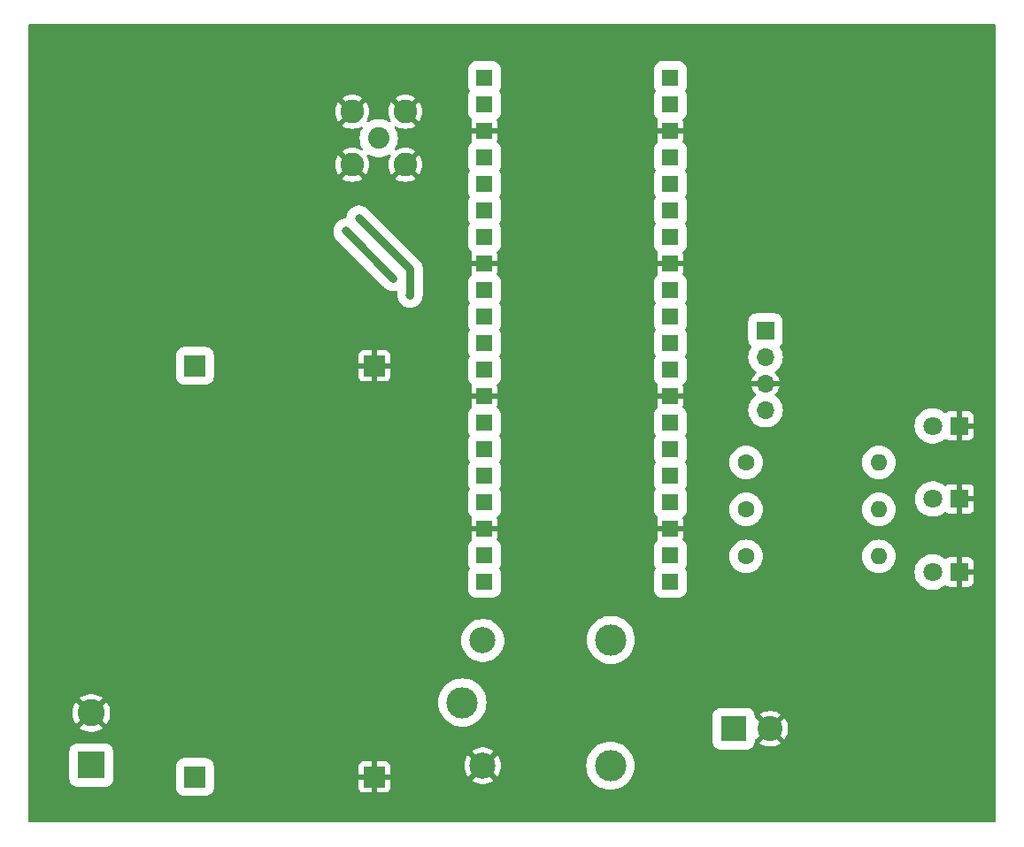
<source format=gbr>
%TF.GenerationSoftware,KiCad,Pcbnew,8.0.3*%
%TF.CreationDate,2024-06-26T11:54:07+03:00*%
%TF.ProjectId,LoRa_irrigation_system,4c6f5261-5f69-4727-9269-676174696f6e,rev?*%
%TF.SameCoordinates,Original*%
%TF.FileFunction,Copper,L1,Top*%
%TF.FilePolarity,Positive*%
%FSLAX46Y46*%
G04 Gerber Fmt 4.6, Leading zero omitted, Abs format (unit mm)*
G04 Created by KiCad (PCBNEW 8.0.3) date 2024-06-26 11:54:07*
%MOMM*%
%LPD*%
G01*
G04 APERTURE LIST*
%TA.AperFunction,ComponentPad*%
%ADD10C,2.050000*%
%TD*%
%TA.AperFunction,ComponentPad*%
%ADD11C,2.250000*%
%TD*%
%TA.AperFunction,ComponentPad*%
%ADD12R,1.800000X1.800000*%
%TD*%
%TA.AperFunction,ComponentPad*%
%ADD13C,1.800000*%
%TD*%
%TA.AperFunction,ComponentPad*%
%ADD14R,2.400000X2.400000*%
%TD*%
%TA.AperFunction,ComponentPad*%
%ADD15C,2.400000*%
%TD*%
%TA.AperFunction,ComponentPad*%
%ADD16R,2.600000X2.600000*%
%TD*%
%TA.AperFunction,ComponentPad*%
%ADD17C,2.600000*%
%TD*%
%TA.AperFunction,ComponentPad*%
%ADD18C,1.600000*%
%TD*%
%TA.AperFunction,ComponentPad*%
%ADD19O,1.600000X1.600000*%
%TD*%
%TA.AperFunction,ComponentPad*%
%ADD20R,2.000000X2.000000*%
%TD*%
%TA.AperFunction,ComponentPad*%
%ADD21R,1.508000X1.508000*%
%TD*%
%TA.AperFunction,ComponentPad*%
%ADD22R,1.700000X1.700000*%
%TD*%
%TA.AperFunction,ComponentPad*%
%ADD23O,1.700000X1.700000*%
%TD*%
%TA.AperFunction,ComponentPad*%
%ADD24C,3.000000*%
%TD*%
%TA.AperFunction,ComponentPad*%
%ADD25C,2.500000*%
%TD*%
%TA.AperFunction,ViaPad*%
%ADD26C,0.800000*%
%TD*%
%TA.AperFunction,Conductor*%
%ADD27C,0.800000*%
%TD*%
G04 APERTURE END LIST*
D10*
%TO.P,J4,1,In*%
%TO.N,Net-(J4-In)*%
X119000000Y-54460000D03*
D11*
%TO.P,J4,2,Ext*%
%TO.N,GND*%
X121540000Y-57000000D03*
X121540000Y-51920000D03*
X116460000Y-57000000D03*
X116460000Y-51920000D03*
%TD*%
D12*
%TO.P,D2,1,K*%
%TO.N,GND*%
X174540000Y-89000000D03*
D13*
%TO.P,D2,2,A*%
%TO.N,Net-(D2-A)*%
X172000000Y-89000000D03*
%TD*%
D12*
%TO.P,D1,1,K*%
%TO.N,GND*%
X174510000Y-82000000D03*
D13*
%TO.P,D1,2,A*%
%TO.N,Net-(D1-A)*%
X171970000Y-82000000D03*
%TD*%
D14*
%TO.P,J3,1,Pin_1*%
%TO.N,Pump active*%
X152950000Y-111000000D03*
D15*
%TO.P,J3,2,Pin_2*%
%TO.N,GND*%
X156450000Y-111000000D03*
%TD*%
D16*
%TO.P,J1,1,Pin_1*%
%TO.N,+12V*%
X91500000Y-114500000D03*
D17*
%TO.P,J1,2,Pin_2*%
%TO.N,GND*%
X91500000Y-109500000D03*
%TD*%
D18*
%TO.P,R2,1*%
%TO.N,MoistureOK*%
X154150000Y-90000000D03*
D19*
%TO.P,R2,2*%
%TO.N,Net-(D2-A)*%
X166850000Y-90000000D03*
%TD*%
D20*
%TO.P,U1,1,IN+*%
%TO.N,+12V*%
X101427500Y-115621500D03*
%TO.P,U1,2,IN-*%
%TO.N,GND*%
X118572500Y-115621500D03*
%TO.P,U1,3,OUT-*%
X118572500Y-76251500D03*
%TO.P,U1,4,OUT+*%
%TO.N,+3.3V*%
X101427500Y-76251500D03*
%TD*%
D21*
%TO.P,U2,3V3,3V3*%
%TO.N,unconnected-(U2-Pad3V3)*%
X146890000Y-58800000D03*
%TO.P,U2,3V3_EN,3V3_EN*%
%TO.N,unconnected-(U2-Pad3V3_EN)*%
X146890000Y-56260000D03*
%TO.P,U2,ADC_VREF,ADC_VREF*%
%TO.N,unconnected-(U2-PadADC_VREF)*%
X146890000Y-61340000D03*
%TO.P,U2,AGND,AGND*%
%TO.N,GND*%
X146890000Y-66420000D03*
%TO.P,U2,GND,GND*%
X146890000Y-53720000D03*
%TO.P,U2,GND2,GND2*%
X146890000Y-79120000D03*
%TO.P,U2,GND3,GND3*%
X146890000Y-91820000D03*
%TO.P,U2,GND4,GND4*%
X129110000Y-53720000D03*
%TO.P,U2,GND5,GND5*%
X129110000Y-66420000D03*
%TO.P,U2,GND6,GND6*%
X129110000Y-79120000D03*
%TO.P,U2,GND7,GND7*%
X129110000Y-91820000D03*
%TO.P,U2,GP0,GP0*%
%TO.N,RESET*%
X129110000Y-48640000D03*
%TO.P,U2,GP1,GP1*%
%TO.N,NSS*%
X129110000Y-51180000D03*
%TO.P,U2,GP2,GP2*%
%TO.N,SCK*%
X129110000Y-56260000D03*
%TO.P,U2,GP3,GP3*%
%TO.N,MOSI*%
X129110000Y-58800000D03*
%TO.P,U2,GP4,GP4*%
%TO.N,MISO*%
X129110000Y-61340000D03*
%TO.P,U2,GP5,GP5*%
%TO.N,DIO0*%
X129110000Y-63880000D03*
%TO.P,U2,GP6,GP6*%
%TO.N,unconnected-(U2-PadGP6)*%
X129110000Y-68960000D03*
%TO.P,U2,GP7,GP7*%
%TO.N,unconnected-(U2-PadGP7)*%
X129110000Y-71500000D03*
%TO.P,U2,GP8,GP8*%
%TO.N,unconnected-(U2-PadGP8)*%
X129110000Y-74040000D03*
%TO.P,U2,GP9,GP9*%
%TO.N,unconnected-(U2-PadGP9)*%
X129110000Y-76580000D03*
%TO.P,U2,GP10,GP10*%
%TO.N,unconnected-(U2-PadGP10)*%
X129110000Y-81660000D03*
%TO.P,U2,GP11,GP11*%
%TO.N,unconnected-(U2-PadGP11)*%
X129110000Y-84200000D03*
%TO.P,U2,GP12,GP12*%
%TO.N,unconnected-(U2-PadGP12)*%
X129110000Y-86740000D03*
%TO.P,U2,GP13,GP13*%
%TO.N,unconnected-(U2-PadGP13)*%
X129110000Y-89280000D03*
%TO.P,U2,GP14,GP14*%
%TO.N,unconnected-(U2-PadGP14)*%
X129110000Y-94360000D03*
%TO.P,U2,GP15,GP15*%
%TO.N,RelayON*%
X129110000Y-96900000D03*
%TO.P,U2,GP16,GP16*%
%TO.N,unconnected-(U2-PadGP16)*%
X146890000Y-96900000D03*
%TO.P,U2,GP17,GP17*%
%TO.N,unconnected-(U2-PadGP17)*%
X146890000Y-94360000D03*
%TO.P,U2,GP18,GP18*%
%TO.N,MoistureLOW*%
X146890000Y-89280000D03*
%TO.P,U2,GP19,GP19*%
%TO.N,MoistureOK*%
X146890000Y-86740000D03*
%TO.P,U2,GP20,GP20*%
%TO.N,IrrigON*%
X146890000Y-84200000D03*
%TO.P,U2,GP21,GP21*%
%TO.N,unconnected-(U2-PadGP21)*%
X146890000Y-81660000D03*
%TO.P,U2,GP22,GP22*%
%TO.N,D0*%
X146890000Y-76580000D03*
%TO.P,U2,GP26_A0,GP26_A0*%
%TO.N,A0*%
X146890000Y-71500000D03*
%TO.P,U2,GP27_A1,GP27_A1*%
%TO.N,unconnected-(U2-PadGP27_A1)*%
X146890000Y-68960000D03*
%TO.P,U2,GP28_A2,GP28_A2*%
%TO.N,unconnected-(U2-PadGP28_A2)*%
X146890000Y-63880000D03*
%TO.P,U2,RUN,RUN*%
%TO.N,unconnected-(U2-PadRUN)*%
X146890000Y-74040000D03*
%TO.P,U2,VBUS,VBUS*%
%TO.N,unconnected-(U2-PadVBUS)*%
X146890000Y-48640000D03*
%TO.P,U2,VSYS,VSYS*%
%TO.N,+3.3V*%
X146890000Y-51180000D03*
%TD*%
D22*
%TO.P,J2,1,Pin_1*%
%TO.N,A0*%
X156000000Y-72880000D03*
D23*
%TO.P,J2,2,Pin_2*%
%TO.N,D0*%
X156000000Y-75420000D03*
%TO.P,J2,3,Pin_3*%
%TO.N,GND*%
X156000000Y-77960000D03*
%TO.P,J2,4,Pin_4*%
%TO.N,+3.3V*%
X156000000Y-80500000D03*
%TD*%
D24*
%TO.P,K2,1*%
%TO.N,+12V*%
X127000000Y-108500000D03*
D25*
%TO.P,K2,2*%
%TO.N,GND*%
X128950000Y-114550000D03*
D24*
%TO.P,K2,3*%
%TO.N,Pump active*%
X141150000Y-114550000D03*
%TO.P,K2,4*%
%TO.N,unconnected-(K2-Pad4)*%
X141200000Y-102500000D03*
D25*
%TO.P,K2,5*%
%TO.N,RelayON*%
X128950000Y-102550000D03*
%TD*%
D18*
%TO.P,R3,1*%
%TO.N,MoistureLOW*%
X154150000Y-94500000D03*
D19*
%TO.P,R3,2*%
%TO.N,Net-(D3-A)*%
X166850000Y-94500000D03*
%TD*%
D18*
%TO.P,R1,1*%
%TO.N,IrrigON*%
X154150000Y-85500000D03*
D19*
%TO.P,R1,2*%
%TO.N,Net-(D1-A)*%
X166850000Y-85500000D03*
%TD*%
D12*
%TO.P,D3,1,K*%
%TO.N,GND*%
X174510000Y-96000000D03*
D13*
%TO.P,D3,2,A*%
%TO.N,Net-(D3-A)*%
X171970000Y-96000000D03*
%TD*%
D26*
%TO.N,+3.3V*%
X122000000Y-69481371D03*
X117105887Y-62105887D03*
%TO.N,DIO0*%
X120381371Y-67881371D03*
X115855887Y-63355887D03*
%TD*%
D27*
%TO.N,+3.3V*%
X117105887Y-62105887D02*
X122000000Y-67000000D01*
X122000000Y-67000000D02*
X122000000Y-69481371D01*
%TO.N,MOSI*%
X128910000Y-59000000D02*
X129110000Y-58800000D01*
%TO.N,DIO0*%
X115855887Y-63355887D02*
X120381371Y-67881371D01*
%TO.N,MISO*%
X128770000Y-61000000D02*
X129110000Y-61340000D01*
%TD*%
%TA.AperFunction,Conductor*%
%TO.N,GND*%
G36*
X177942539Y-43520185D02*
G01*
X177988294Y-43572989D01*
X177999500Y-43624500D01*
X177999500Y-119875500D01*
X177979815Y-119942539D01*
X177927011Y-119988294D01*
X177875500Y-119999500D01*
X85624500Y-119999500D01*
X85557461Y-119979815D01*
X85511706Y-119927011D01*
X85500500Y-119875500D01*
X85500500Y-113155039D01*
X89399500Y-113155039D01*
X89399500Y-115844960D01*
X89414630Y-115979249D01*
X89414631Y-115979254D01*
X89474211Y-116149523D01*
X89544199Y-116260907D01*
X89570184Y-116302262D01*
X89697738Y-116429816D01*
X89850478Y-116525789D01*
X90020745Y-116585368D01*
X90020750Y-116585369D01*
X90111246Y-116595565D01*
X90155040Y-116600499D01*
X90155043Y-116600500D01*
X90155046Y-116600500D01*
X92844957Y-116600500D01*
X92844958Y-116600499D01*
X92912104Y-116592934D01*
X92979249Y-116585369D01*
X92979252Y-116585368D01*
X92979255Y-116585368D01*
X93149522Y-116525789D01*
X93302262Y-116429816D01*
X93429816Y-116302262D01*
X93525789Y-116149522D01*
X93585368Y-115979255D01*
X93588275Y-115953459D01*
X93600499Y-115844960D01*
X93600500Y-115844956D01*
X93600500Y-114576539D01*
X99627000Y-114576539D01*
X99627000Y-116666460D01*
X99642130Y-116800749D01*
X99642131Y-116800754D01*
X99701711Y-116971023D01*
X99792239Y-117115096D01*
X99797684Y-117123762D01*
X99925238Y-117251316D01*
X100077978Y-117347289D01*
X100248245Y-117406868D01*
X100248250Y-117406869D01*
X100338746Y-117417065D01*
X100382540Y-117421999D01*
X100382543Y-117422000D01*
X100382546Y-117422000D01*
X102472457Y-117422000D01*
X102472458Y-117421999D01*
X102539604Y-117414434D01*
X102606749Y-117406869D01*
X102606752Y-117406868D01*
X102606755Y-117406868D01*
X102777022Y-117347289D01*
X102929762Y-117251316D01*
X103057316Y-117123762D01*
X103153289Y-116971022D01*
X103212868Y-116800755D01*
X103215559Y-116776877D01*
X103227999Y-116666460D01*
X103228000Y-116666456D01*
X103228000Y-114576543D01*
X103227999Y-114576539D01*
X103227674Y-114573655D01*
X117072500Y-114573655D01*
X117072500Y-115371500D01*
X118197222Y-115371500D01*
X118153167Y-115447806D01*
X118122500Y-115562256D01*
X118122500Y-115680744D01*
X118153167Y-115795194D01*
X118197222Y-115871500D01*
X117072500Y-115871500D01*
X117072500Y-116669344D01*
X117078901Y-116728872D01*
X117078903Y-116728879D01*
X117129145Y-116863586D01*
X117129149Y-116863593D01*
X117215309Y-116978687D01*
X117215312Y-116978690D01*
X117330406Y-117064850D01*
X117330413Y-117064854D01*
X117465120Y-117115096D01*
X117465127Y-117115098D01*
X117524655Y-117121499D01*
X117524672Y-117121500D01*
X118322500Y-117121500D01*
X118322500Y-115996777D01*
X118398806Y-116040833D01*
X118513256Y-116071500D01*
X118631744Y-116071500D01*
X118746194Y-116040833D01*
X118822500Y-115996777D01*
X118822500Y-117121500D01*
X119620328Y-117121500D01*
X119620344Y-117121499D01*
X119679872Y-117115098D01*
X119679879Y-117115096D01*
X119814586Y-117064854D01*
X119814593Y-117064850D01*
X119929687Y-116978690D01*
X119929690Y-116978687D01*
X120015850Y-116863593D01*
X120015854Y-116863586D01*
X120066096Y-116728879D01*
X120066098Y-116728872D01*
X120072499Y-116669344D01*
X120072500Y-116669327D01*
X120072500Y-115871500D01*
X118947778Y-115871500D01*
X118991833Y-115795194D01*
X119022500Y-115680744D01*
X119022500Y-115562256D01*
X118991833Y-115447806D01*
X118947778Y-115371500D01*
X120072500Y-115371500D01*
X120072500Y-114573672D01*
X120072499Y-114573655D01*
X120069955Y-114549995D01*
X127195093Y-114549995D01*
X127195093Y-114550004D01*
X127214692Y-114811545D01*
X127214693Y-114811550D01*
X127273058Y-115067270D01*
X127368883Y-115311426D01*
X127368882Y-115311426D01*
X127500027Y-115538573D01*
X127547874Y-115598571D01*
X128467037Y-114679409D01*
X128484075Y-114742993D01*
X128549901Y-114857007D01*
X128642993Y-114950099D01*
X128757007Y-115015925D01*
X128820590Y-115032962D01*
X127900830Y-115952720D01*
X128072546Y-116069793D01*
X128072550Y-116069795D01*
X128308854Y-116183594D01*
X128308858Y-116183595D01*
X128559494Y-116260907D01*
X128559500Y-116260909D01*
X128818848Y-116299999D01*
X128818857Y-116300000D01*
X129081143Y-116300000D01*
X129081151Y-116299999D01*
X129340499Y-116260909D01*
X129340505Y-116260907D01*
X129591143Y-116183595D01*
X129827445Y-116069798D01*
X129827447Y-116069797D01*
X129999168Y-115952720D01*
X129079409Y-115032962D01*
X129142993Y-115015925D01*
X129257007Y-114950099D01*
X129350099Y-114857007D01*
X129415925Y-114742993D01*
X129432962Y-114679409D01*
X130352125Y-115598572D01*
X130399971Y-115538573D01*
X130531116Y-115311426D01*
X130626941Y-115067270D01*
X130685306Y-114811550D01*
X130685307Y-114811545D01*
X130704907Y-114550004D01*
X130704907Y-114550000D01*
X138844564Y-114550000D01*
X138864287Y-114850918D01*
X138864288Y-114850930D01*
X138923118Y-115146683D01*
X138923122Y-115146698D01*
X139020053Y-115432247D01*
X139020062Y-115432268D01*
X139153431Y-115702713D01*
X139153435Y-115702720D01*
X139320973Y-115953459D01*
X139519810Y-116180189D01*
X139746540Y-116379026D01*
X139997279Y-116546564D01*
X139997286Y-116546568D01*
X140267731Y-116679937D01*
X140267736Y-116679939D01*
X140267748Y-116679945D01*
X140553309Y-116776880D01*
X140753251Y-116816651D01*
X140849069Y-116835711D01*
X140849070Y-116835711D01*
X140849080Y-116835713D01*
X141150000Y-116855436D01*
X141450920Y-116835713D01*
X141746691Y-116776880D01*
X142032252Y-116679945D01*
X142302718Y-116546566D01*
X142553461Y-116379025D01*
X142780189Y-116180189D01*
X142979025Y-115953461D01*
X143146566Y-115702718D01*
X143279945Y-115432252D01*
X143376880Y-115146691D01*
X143435713Y-114850920D01*
X143455436Y-114550000D01*
X143435713Y-114249080D01*
X143376880Y-113953309D01*
X143279945Y-113667748D01*
X143227512Y-113561425D01*
X143146568Y-113397286D01*
X143146564Y-113397279D01*
X142979026Y-113146540D01*
X142780189Y-112919810D01*
X142553459Y-112720973D01*
X142302720Y-112553435D01*
X142302713Y-112553431D01*
X142032268Y-112420062D01*
X142032247Y-112420053D01*
X141746698Y-112323122D01*
X141746692Y-112323120D01*
X141746691Y-112323120D01*
X141746689Y-112323119D01*
X141746683Y-112323118D01*
X141450930Y-112264288D01*
X141450921Y-112264287D01*
X141450920Y-112264287D01*
X141150000Y-112244564D01*
X140849080Y-112264287D01*
X140849079Y-112264287D01*
X140849069Y-112264288D01*
X140553316Y-112323118D01*
X140553301Y-112323122D01*
X140267752Y-112420053D01*
X140267731Y-112420062D01*
X139997286Y-112553431D01*
X139997279Y-112553435D01*
X139746540Y-112720973D01*
X139519810Y-112919810D01*
X139320973Y-113146540D01*
X139153435Y-113397279D01*
X139153431Y-113397286D01*
X139020062Y-113667731D01*
X139020053Y-113667752D01*
X138923122Y-113953301D01*
X138923118Y-113953316D01*
X138864288Y-114249069D01*
X138864287Y-114249081D01*
X138844564Y-114550000D01*
X130704907Y-114550000D01*
X130704907Y-114549995D01*
X130685307Y-114288454D01*
X130685306Y-114288449D01*
X130626941Y-114032729D01*
X130531116Y-113788573D01*
X130531117Y-113788573D01*
X130399972Y-113561426D01*
X130352124Y-113501427D01*
X129432962Y-114420589D01*
X129415925Y-114357007D01*
X129350099Y-114242993D01*
X129257007Y-114149901D01*
X129142993Y-114084075D01*
X129079410Y-114067037D01*
X129999168Y-113147278D01*
X129827454Y-113030206D01*
X129827445Y-113030201D01*
X129591142Y-112916404D01*
X129591144Y-112916404D01*
X129340505Y-112839092D01*
X129340499Y-112839090D01*
X129081151Y-112800000D01*
X128818848Y-112800000D01*
X128559500Y-112839090D01*
X128559494Y-112839092D01*
X128308858Y-112916404D01*
X128308854Y-112916405D01*
X128072547Y-113030205D01*
X128072539Y-113030210D01*
X127900830Y-113147277D01*
X128820590Y-114067037D01*
X128757007Y-114084075D01*
X128642993Y-114149901D01*
X128549901Y-114242993D01*
X128484075Y-114357007D01*
X128467037Y-114420589D01*
X127547874Y-113501427D01*
X127500028Y-113561425D01*
X127368883Y-113788573D01*
X127273058Y-114032729D01*
X127214693Y-114288449D01*
X127214692Y-114288454D01*
X127195093Y-114549995D01*
X120069955Y-114549995D01*
X120066098Y-114514127D01*
X120066096Y-114514120D01*
X120015854Y-114379413D01*
X120015850Y-114379406D01*
X119929690Y-114264312D01*
X119929687Y-114264309D01*
X119814593Y-114178149D01*
X119814586Y-114178145D01*
X119679879Y-114127903D01*
X119679872Y-114127901D01*
X119620344Y-114121500D01*
X118822500Y-114121500D01*
X118822500Y-115246222D01*
X118746194Y-115202167D01*
X118631744Y-115171500D01*
X118513256Y-115171500D01*
X118398806Y-115202167D01*
X118322500Y-115246222D01*
X118322500Y-114121500D01*
X117524655Y-114121500D01*
X117465127Y-114127901D01*
X117465120Y-114127903D01*
X117330413Y-114178145D01*
X117330406Y-114178149D01*
X117215312Y-114264309D01*
X117215309Y-114264312D01*
X117129149Y-114379406D01*
X117129145Y-114379413D01*
X117078903Y-114514120D01*
X117078901Y-114514127D01*
X117072500Y-114573655D01*
X103227674Y-114573655D01*
X103212869Y-114442250D01*
X103212868Y-114442245D01*
X103153288Y-114271976D01*
X103076583Y-114149901D01*
X103057316Y-114119238D01*
X102929762Y-113991684D01*
X102868676Y-113953301D01*
X102777023Y-113895711D01*
X102606754Y-113836131D01*
X102606749Y-113836130D01*
X102472460Y-113821000D01*
X102472454Y-113821000D01*
X100382546Y-113821000D01*
X100382539Y-113821000D01*
X100248250Y-113836130D01*
X100248245Y-113836131D01*
X100077976Y-113895711D01*
X99925237Y-113991684D01*
X99797684Y-114119237D01*
X99701711Y-114271976D01*
X99642131Y-114442245D01*
X99642130Y-114442250D01*
X99627000Y-114576539D01*
X93600500Y-114576539D01*
X93600500Y-113155043D01*
X93600499Y-113155039D01*
X93599624Y-113147277D01*
X93595565Y-113111246D01*
X93585369Y-113020750D01*
X93585368Y-113020745D01*
X93552141Y-112925788D01*
X93525789Y-112850478D01*
X93518633Y-112839090D01*
X93444417Y-112720975D01*
X93429816Y-112697738D01*
X93302262Y-112570184D01*
X93269379Y-112549522D01*
X93149523Y-112474211D01*
X92979254Y-112414631D01*
X92979249Y-112414630D01*
X92844960Y-112399500D01*
X92844954Y-112399500D01*
X90155046Y-112399500D01*
X90155039Y-112399500D01*
X90020750Y-112414630D01*
X90020745Y-112414631D01*
X89850476Y-112474211D01*
X89697737Y-112570184D01*
X89570184Y-112697737D01*
X89474211Y-112850476D01*
X89414631Y-113020745D01*
X89414630Y-113020750D01*
X89399500Y-113155039D01*
X85500500Y-113155039D01*
X85500500Y-109499995D01*
X89694953Y-109499995D01*
X89694953Y-109500004D01*
X89715113Y-109769026D01*
X89715113Y-109769028D01*
X89775142Y-110032033D01*
X89775148Y-110032052D01*
X89873709Y-110283181D01*
X89873708Y-110283181D01*
X90008602Y-110516822D01*
X90062294Y-110584151D01*
X90898957Y-109747487D01*
X90923978Y-109807890D01*
X90995112Y-109914351D01*
X91085649Y-110004888D01*
X91192110Y-110076022D01*
X91252510Y-110101041D01*
X90414848Y-110938702D01*
X90597483Y-111063220D01*
X90597485Y-111063221D01*
X90840539Y-111180269D01*
X90840537Y-111180269D01*
X91098337Y-111259790D01*
X91098343Y-111259792D01*
X91365101Y-111299999D01*
X91365110Y-111300000D01*
X91634890Y-111300000D01*
X91634898Y-111299999D01*
X91901656Y-111259792D01*
X91901662Y-111259790D01*
X92159461Y-111180269D01*
X92402521Y-111063218D01*
X92585150Y-110938702D01*
X91747488Y-110101041D01*
X91807890Y-110076022D01*
X91914351Y-110004888D01*
X92004888Y-109914351D01*
X92076022Y-109807890D01*
X92101041Y-109747488D01*
X92937703Y-110584151D01*
X92937704Y-110584150D01*
X92991393Y-110516828D01*
X92991400Y-110516817D01*
X93126290Y-110283181D01*
X93224851Y-110032052D01*
X93224857Y-110032033D01*
X93284886Y-109769028D01*
X93284886Y-109769026D01*
X93305047Y-109500004D01*
X93305047Y-109499995D01*
X93284886Y-109230973D01*
X93284886Y-109230971D01*
X93224857Y-108967966D01*
X93224851Y-108967947D01*
X93126290Y-108716818D01*
X93126291Y-108716818D01*
X93001110Y-108500000D01*
X124694564Y-108500000D01*
X124714287Y-108800918D01*
X124714288Y-108800930D01*
X124773118Y-109096683D01*
X124773122Y-109096698D01*
X124870053Y-109382247D01*
X124870062Y-109382268D01*
X125003431Y-109652713D01*
X125003435Y-109652720D01*
X125170973Y-109903459D01*
X125369810Y-110130189D01*
X125596540Y-110329026D01*
X125847279Y-110496564D01*
X125847286Y-110496568D01*
X126117731Y-110629937D01*
X126117736Y-110629939D01*
X126117748Y-110629945D01*
X126403309Y-110726880D01*
X126603251Y-110766651D01*
X126699069Y-110785711D01*
X126699070Y-110785711D01*
X126699080Y-110785713D01*
X127000000Y-110805436D01*
X127300920Y-110785713D01*
X127596691Y-110726880D01*
X127882252Y-110629945D01*
X128152718Y-110496566D01*
X128403461Y-110329025D01*
X128630189Y-110130189D01*
X128829025Y-109903461D01*
X128928197Y-109755039D01*
X150949500Y-109755039D01*
X150949500Y-112244960D01*
X150964630Y-112379249D01*
X150964631Y-112379254D01*
X151024211Y-112549523D01*
X151047710Y-112586921D01*
X151120184Y-112702262D01*
X151247738Y-112829816D01*
X151400478Y-112925789D01*
X151570745Y-112985368D01*
X151570750Y-112985369D01*
X151661246Y-112995565D01*
X151705040Y-113000499D01*
X151705043Y-113000500D01*
X151705046Y-113000500D01*
X154194957Y-113000500D01*
X154194958Y-113000499D01*
X154262104Y-112992934D01*
X154329249Y-112985369D01*
X154329252Y-112985368D01*
X154329255Y-112985368D01*
X154499522Y-112925789D01*
X154652262Y-112829816D01*
X154779816Y-112702262D01*
X154875789Y-112549522D01*
X154935368Y-112379255D01*
X154936779Y-112366738D01*
X154942934Y-112312104D01*
X154950500Y-112244954D01*
X154950500Y-112136684D01*
X154970185Y-112069645D01*
X155022989Y-112023890D01*
X155081454Y-112012879D01*
X155083454Y-112012991D01*
X155885387Y-111211058D01*
X155890889Y-111231591D01*
X155969881Y-111368408D01*
X156081592Y-111480119D01*
X156218409Y-111559111D01*
X156238940Y-111564612D01*
X155436813Y-112366738D01*
X155597616Y-112476371D01*
X155597624Y-112476376D01*
X155827176Y-112586921D01*
X155827174Y-112586921D01*
X156070652Y-112662024D01*
X156070658Y-112662026D01*
X156322595Y-112699999D01*
X156322604Y-112700000D01*
X156577396Y-112700000D01*
X156577404Y-112699999D01*
X156829341Y-112662026D01*
X156829347Y-112662024D01*
X157072824Y-112586921D01*
X157302376Y-112476376D01*
X157302377Y-112476375D01*
X157463185Y-112366738D01*
X156661060Y-111564612D01*
X156681591Y-111559111D01*
X156818408Y-111480119D01*
X156930119Y-111368408D01*
X157009111Y-111231591D01*
X157014612Y-111211059D01*
X157816544Y-112012992D01*
X157816546Y-112012991D01*
X157858544Y-111960330D01*
X157985941Y-111739671D01*
X158079026Y-111502494D01*
X158079031Y-111502477D01*
X158135726Y-111254079D01*
X158154767Y-111000004D01*
X158154767Y-110999995D01*
X158135726Y-110745920D01*
X158079031Y-110497522D01*
X158079026Y-110497505D01*
X157985941Y-110260328D01*
X157985942Y-110260328D01*
X157858545Y-110039672D01*
X157816545Y-109987006D01*
X157014612Y-110788939D01*
X157009111Y-110768409D01*
X156930119Y-110631592D01*
X156818408Y-110519881D01*
X156681591Y-110440889D01*
X156661059Y-110435387D01*
X157463185Y-109633260D01*
X157302384Y-109523628D01*
X157302376Y-109523623D01*
X157072823Y-109413078D01*
X157072825Y-109413078D01*
X156829347Y-109337975D01*
X156829341Y-109337973D01*
X156577404Y-109300000D01*
X156322595Y-109300000D01*
X156070658Y-109337973D01*
X156070652Y-109337975D01*
X155827175Y-109413078D01*
X155597622Y-109523625D01*
X155597609Y-109523632D01*
X155436813Y-109633259D01*
X156238941Y-110435387D01*
X156218409Y-110440889D01*
X156081592Y-110519881D01*
X155969881Y-110631592D01*
X155890889Y-110768409D01*
X155885387Y-110788941D01*
X155083452Y-109987006D01*
X155081452Y-109987119D01*
X155013414Y-109971224D01*
X154964771Y-109921068D01*
X154950500Y-109863314D01*
X154950500Y-109755043D01*
X154950499Y-109755039D01*
X154935369Y-109620750D01*
X154935368Y-109620745D01*
X154901384Y-109523625D01*
X154875789Y-109450478D01*
X154779816Y-109297738D01*
X154652262Y-109170184D01*
X154614485Y-109146447D01*
X154499523Y-109074211D01*
X154329254Y-109014631D01*
X154329249Y-109014630D01*
X154194960Y-108999500D01*
X154194954Y-108999500D01*
X151705046Y-108999500D01*
X151705039Y-108999500D01*
X151570750Y-109014630D01*
X151570745Y-109014631D01*
X151400476Y-109074211D01*
X151247737Y-109170184D01*
X151120184Y-109297737D01*
X151024211Y-109450476D01*
X150964631Y-109620745D01*
X150964630Y-109620750D01*
X150949500Y-109755039D01*
X128928197Y-109755039D01*
X128996566Y-109652718D01*
X129129945Y-109382252D01*
X129226880Y-109096691D01*
X129285713Y-108800920D01*
X129305436Y-108500000D01*
X129285713Y-108199080D01*
X129226880Y-107903309D01*
X129129945Y-107617748D01*
X128996566Y-107347282D01*
X128829025Y-107096539D01*
X128630189Y-106869810D01*
X128403459Y-106670973D01*
X128152720Y-106503435D01*
X128152713Y-106503431D01*
X127882268Y-106370062D01*
X127882247Y-106370053D01*
X127596698Y-106273122D01*
X127596692Y-106273120D01*
X127596691Y-106273120D01*
X127596689Y-106273119D01*
X127596683Y-106273118D01*
X127300930Y-106214288D01*
X127300921Y-106214287D01*
X127300920Y-106214287D01*
X127000000Y-106194564D01*
X126699080Y-106214287D01*
X126699079Y-106214287D01*
X126699069Y-106214288D01*
X126403316Y-106273118D01*
X126403301Y-106273122D01*
X126117752Y-106370053D01*
X126117731Y-106370062D01*
X125847286Y-106503431D01*
X125847279Y-106503435D01*
X125596540Y-106670973D01*
X125369810Y-106869810D01*
X125170973Y-107096540D01*
X125003435Y-107347279D01*
X125003431Y-107347286D01*
X124870062Y-107617731D01*
X124870053Y-107617752D01*
X124773122Y-107903301D01*
X124773118Y-107903316D01*
X124714288Y-108199069D01*
X124714287Y-108199081D01*
X124694564Y-108500000D01*
X93001110Y-108500000D01*
X92991397Y-108483177D01*
X92937704Y-108415847D01*
X92101041Y-109252510D01*
X92076022Y-109192110D01*
X92004888Y-109085649D01*
X91914351Y-108995112D01*
X91807890Y-108923978D01*
X91747488Y-108898958D01*
X92585150Y-108061296D01*
X92402517Y-107936779D01*
X92402516Y-107936778D01*
X92159460Y-107819730D01*
X92159462Y-107819730D01*
X91901662Y-107740209D01*
X91901656Y-107740207D01*
X91634898Y-107700000D01*
X91365101Y-107700000D01*
X91098343Y-107740207D01*
X91098337Y-107740209D01*
X90840538Y-107819730D01*
X90597485Y-107936778D01*
X90597476Y-107936783D01*
X90414848Y-108061296D01*
X91252511Y-108898958D01*
X91192110Y-108923978D01*
X91085649Y-108995112D01*
X90995112Y-109085649D01*
X90923978Y-109192110D01*
X90898958Y-109252511D01*
X90062295Y-108415848D01*
X90008600Y-108483180D01*
X89873709Y-108716818D01*
X89775148Y-108967947D01*
X89775142Y-108967966D01*
X89715113Y-109230971D01*
X89715113Y-109230973D01*
X89694953Y-109499995D01*
X85500500Y-109499995D01*
X85500500Y-102550000D01*
X126894709Y-102550000D01*
X126913851Y-102829862D01*
X126913852Y-102829864D01*
X126970921Y-103104499D01*
X126970926Y-103104516D01*
X127064863Y-103368828D01*
X127064864Y-103368830D01*
X127193919Y-103617896D01*
X127355688Y-103847069D01*
X127355692Y-103847073D01*
X127355692Y-103847074D01*
X127408352Y-103903459D01*
X127547155Y-104052081D01*
X127764754Y-104229111D01*
X127764756Y-104229112D01*
X127764757Y-104229113D01*
X128004433Y-104374863D01*
X128213257Y-104465567D01*
X128261725Y-104486620D01*
X128531839Y-104562303D01*
X128776159Y-104595884D01*
X128809741Y-104600500D01*
X128809742Y-104600500D01*
X129090259Y-104600500D01*
X129120219Y-104596381D01*
X129368161Y-104562303D01*
X129638275Y-104486620D01*
X129895568Y-104374862D01*
X130135246Y-104229111D01*
X130352845Y-104052081D01*
X130544312Y-103847069D01*
X130706081Y-103617896D01*
X130835136Y-103368830D01*
X130929075Y-103104511D01*
X130929076Y-103104504D01*
X130929078Y-103104499D01*
X130955571Y-102977005D01*
X130986148Y-102829862D01*
X131005291Y-102550000D01*
X131001871Y-102500000D01*
X138894564Y-102500000D01*
X138914287Y-102800918D01*
X138914288Y-102800930D01*
X138973118Y-103096683D01*
X138973122Y-103096698D01*
X139070053Y-103382247D01*
X139070062Y-103382268D01*
X139203431Y-103652713D01*
X139203435Y-103652720D01*
X139370973Y-103903459D01*
X139569810Y-104130189D01*
X139796540Y-104329026D01*
X140047279Y-104496564D01*
X140047286Y-104496568D01*
X140317731Y-104629937D01*
X140317736Y-104629939D01*
X140317748Y-104629945D01*
X140603309Y-104726880D01*
X140803251Y-104766651D01*
X140899069Y-104785711D01*
X140899070Y-104785711D01*
X140899080Y-104785713D01*
X141200000Y-104805436D01*
X141500920Y-104785713D01*
X141796691Y-104726880D01*
X142082252Y-104629945D01*
X142352718Y-104496566D01*
X142603461Y-104329025D01*
X142830189Y-104130189D01*
X143029025Y-103903461D01*
X143196566Y-103652718D01*
X143329945Y-103382252D01*
X143426880Y-103096691D01*
X143485713Y-102800920D01*
X143505436Y-102500000D01*
X143485713Y-102199080D01*
X143426880Y-101903309D01*
X143329945Y-101617748D01*
X143263052Y-101482103D01*
X143196568Y-101347286D01*
X143196564Y-101347279D01*
X143029026Y-101096540D01*
X142830189Y-100869810D01*
X142603459Y-100670973D01*
X142352720Y-100503435D01*
X142352713Y-100503431D01*
X142082268Y-100370062D01*
X142082247Y-100370053D01*
X141796698Y-100273122D01*
X141796692Y-100273120D01*
X141796691Y-100273120D01*
X141796689Y-100273119D01*
X141796683Y-100273118D01*
X141500930Y-100214288D01*
X141500921Y-100214287D01*
X141500920Y-100214287D01*
X141200000Y-100194564D01*
X140899080Y-100214287D01*
X140899079Y-100214287D01*
X140899069Y-100214288D01*
X140603316Y-100273118D01*
X140603301Y-100273122D01*
X140317752Y-100370053D01*
X140317731Y-100370062D01*
X140047286Y-100503431D01*
X140047279Y-100503435D01*
X139796540Y-100670973D01*
X139569810Y-100869810D01*
X139370973Y-101096540D01*
X139203435Y-101347279D01*
X139203431Y-101347286D01*
X139070062Y-101617731D01*
X139070053Y-101617752D01*
X138973122Y-101903301D01*
X138973118Y-101903316D01*
X138914288Y-102199069D01*
X138914287Y-102199081D01*
X138894564Y-102500000D01*
X131001871Y-102500000D01*
X130986148Y-102270138D01*
X130966443Y-102175315D01*
X130929078Y-101995500D01*
X130929073Y-101995483D01*
X130835136Y-101731171D01*
X130835136Y-101731170D01*
X130706081Y-101482104D01*
X130544312Y-101252931D01*
X130544307Y-101252925D01*
X130352845Y-101047919D01*
X130135242Y-100870886D01*
X129895566Y-100725136D01*
X129638276Y-100613380D01*
X129368166Y-100537698D01*
X129368162Y-100537697D01*
X129368161Y-100537697D01*
X129229209Y-100518598D01*
X129090259Y-100499500D01*
X129090258Y-100499500D01*
X128809742Y-100499500D01*
X128809741Y-100499500D01*
X128531839Y-100537697D01*
X128531833Y-100537698D01*
X128261723Y-100613380D01*
X128004433Y-100725136D01*
X127764757Y-100870886D01*
X127547154Y-101047919D01*
X127355692Y-101252925D01*
X127355692Y-101252926D01*
X127193919Y-101482103D01*
X127064863Y-101731171D01*
X126970926Y-101995483D01*
X126970921Y-101995500D01*
X126913852Y-102270135D01*
X126913851Y-102270137D01*
X126894709Y-102550000D01*
X85500500Y-102550000D01*
X85500500Y-75206539D01*
X99627000Y-75206539D01*
X99627000Y-77296460D01*
X99642130Y-77430749D01*
X99642131Y-77430754D01*
X99701711Y-77601023D01*
X99770186Y-77709999D01*
X99797684Y-77753762D01*
X99925238Y-77881316D01*
X100015580Y-77938082D01*
X100067141Y-77970480D01*
X100077978Y-77977289D01*
X100208087Y-78022816D01*
X100248245Y-78036868D01*
X100248250Y-78036869D01*
X100338746Y-78047065D01*
X100382540Y-78051999D01*
X100382543Y-78052000D01*
X100382546Y-78052000D01*
X102472457Y-78052000D01*
X102472458Y-78051999D01*
X102539604Y-78044434D01*
X102606749Y-78036869D01*
X102606752Y-78036868D01*
X102606755Y-78036868D01*
X102777022Y-77977289D01*
X102929762Y-77881316D01*
X103057316Y-77753762D01*
X103153289Y-77601022D01*
X103212868Y-77430755D01*
X103228000Y-77296454D01*
X103228000Y-75206546D01*
X103227674Y-75203655D01*
X117072500Y-75203655D01*
X117072500Y-76001500D01*
X118197222Y-76001500D01*
X118153167Y-76077806D01*
X118122500Y-76192256D01*
X118122500Y-76310744D01*
X118153167Y-76425194D01*
X118197222Y-76501500D01*
X117072500Y-76501500D01*
X117072500Y-77299344D01*
X117078901Y-77358872D01*
X117078903Y-77358879D01*
X117129145Y-77493586D01*
X117129149Y-77493593D01*
X117215309Y-77608687D01*
X117215312Y-77608690D01*
X117330406Y-77694850D01*
X117330413Y-77694854D01*
X117465120Y-77745096D01*
X117465127Y-77745098D01*
X117524655Y-77751499D01*
X117524672Y-77751500D01*
X118322500Y-77751500D01*
X118322500Y-76626777D01*
X118398806Y-76670833D01*
X118513256Y-76701500D01*
X118631744Y-76701500D01*
X118746194Y-76670833D01*
X118822500Y-76626777D01*
X118822500Y-77751500D01*
X119620328Y-77751500D01*
X119620344Y-77751499D01*
X119679872Y-77745098D01*
X119679879Y-77745096D01*
X119814586Y-77694854D01*
X119814593Y-77694850D01*
X119929687Y-77608690D01*
X119929690Y-77608687D01*
X120015850Y-77493593D01*
X120015854Y-77493586D01*
X120066096Y-77358879D01*
X120066098Y-77358872D01*
X120072499Y-77299344D01*
X120072500Y-77299327D01*
X120072500Y-76501500D01*
X118947778Y-76501500D01*
X118991833Y-76425194D01*
X119022500Y-76310744D01*
X119022500Y-76192256D01*
X118991833Y-76077806D01*
X118947778Y-76001500D01*
X120072500Y-76001500D01*
X120072500Y-75203672D01*
X120072499Y-75203655D01*
X120066098Y-75144127D01*
X120066096Y-75144120D01*
X120015854Y-75009413D01*
X120015850Y-75009406D01*
X119929690Y-74894312D01*
X119929687Y-74894309D01*
X119814593Y-74808149D01*
X119814586Y-74808145D01*
X119679879Y-74757903D01*
X119679872Y-74757901D01*
X119620344Y-74751500D01*
X118822500Y-74751500D01*
X118822500Y-75876222D01*
X118746194Y-75832167D01*
X118631744Y-75801500D01*
X118513256Y-75801500D01*
X118398806Y-75832167D01*
X118322500Y-75876222D01*
X118322500Y-74751500D01*
X117524655Y-74751500D01*
X117465127Y-74757901D01*
X117465120Y-74757903D01*
X117330413Y-74808145D01*
X117330406Y-74808149D01*
X117215312Y-74894309D01*
X117215309Y-74894312D01*
X117129149Y-75009406D01*
X117129145Y-75009413D01*
X117078903Y-75144120D01*
X117078901Y-75144127D01*
X117072500Y-75203655D01*
X103227674Y-75203655D01*
X103212868Y-75072245D01*
X103153289Y-74901978D01*
X103057316Y-74749238D01*
X102929762Y-74621684D01*
X102777023Y-74525711D01*
X102606754Y-74466131D01*
X102606749Y-74466130D01*
X102472460Y-74451000D01*
X102472454Y-74451000D01*
X100382546Y-74451000D01*
X100382539Y-74451000D01*
X100248250Y-74466130D01*
X100248245Y-74466131D01*
X100077976Y-74525711D01*
X99925237Y-74621684D01*
X99797684Y-74749237D01*
X99701711Y-74901976D01*
X99642131Y-75072245D01*
X99642130Y-75072250D01*
X99627000Y-75206539D01*
X85500500Y-75206539D01*
X85500500Y-63355886D01*
X114650244Y-63355886D01*
X114650244Y-63355887D01*
X114654858Y-63405680D01*
X114655387Y-63417121D01*
X114655387Y-63450372D01*
X114663462Y-63501355D01*
X114664460Y-63509311D01*
X114670772Y-63577422D01*
X114670772Y-63577425D01*
X114679419Y-63607818D01*
X114682625Y-63622347D01*
X114684946Y-63637002D01*
X114706580Y-63703586D01*
X114707914Y-63707966D01*
X114731658Y-63791415D01*
X114731661Y-63791421D01*
X114737523Y-63803194D01*
X114741252Y-63812311D01*
X114741476Y-63812219D01*
X114743339Y-63816719D01*
X114783484Y-63895506D01*
X114783999Y-63896530D01*
X114830823Y-63990566D01*
X114830830Y-63990578D01*
X114890444Y-64069519D01*
X114891807Y-64071359D01*
X114940196Y-64137960D01*
X114941998Y-64139762D01*
X114953270Y-64152715D01*
X114964906Y-64168124D01*
X115024491Y-64222442D01*
X115028634Y-64226398D01*
X119467480Y-68665243D01*
X119478751Y-68678195D01*
X119490390Y-68693607D01*
X119550010Y-68747958D01*
X119554129Y-68751892D01*
X119599290Y-68797054D01*
X119599299Y-68797062D01*
X119616270Y-68809393D01*
X119626918Y-68818070D01*
X119654808Y-68843495D01*
X119707756Y-68876278D01*
X119715349Y-68881377D01*
X119752172Y-68908131D01*
X119752174Y-68908132D01*
X119787257Y-68926007D01*
X119796236Y-68931062D01*
X119843970Y-68960618D01*
X119884877Y-68976465D01*
X119896376Y-68981606D01*
X119920539Y-68993918D01*
X119975486Y-69011771D01*
X119981945Y-69014070D01*
X120051427Y-69040988D01*
X120051429Y-69040988D01*
X120051431Y-69040989D01*
X120076453Y-69045666D01*
X120091978Y-69049622D01*
X120100253Y-69052311D01*
X120140388Y-69058667D01*
X120175482Y-69064226D01*
X120178850Y-69064807D01*
X120270128Y-69081871D01*
X120270129Y-69081871D01*
X120492611Y-69081871D01*
X120492614Y-69081871D01*
X120583977Y-69064791D01*
X120587284Y-69064221D01*
X120656104Y-69053322D01*
X120725396Y-69062277D01*
X120778848Y-69107273D01*
X120799487Y-69174025D01*
X120799500Y-69175795D01*
X120799500Y-69420135D01*
X120798971Y-69431576D01*
X120794357Y-69481370D01*
X120794357Y-69481371D01*
X120798971Y-69531164D01*
X120799500Y-69542605D01*
X120799500Y-69575856D01*
X120807575Y-69626839D01*
X120808573Y-69634795D01*
X120814885Y-69702906D01*
X120814885Y-69702909D01*
X120823532Y-69733302D01*
X120826738Y-69747831D01*
X120829059Y-69762486D01*
X120850693Y-69829070D01*
X120852027Y-69833450D01*
X120875769Y-69916892D01*
X120875771Y-69916899D01*
X120875773Y-69916903D01*
X120875774Y-69916905D01*
X120881636Y-69928678D01*
X120885365Y-69937795D01*
X120885589Y-69937703D01*
X120887452Y-69942203D01*
X120927597Y-70020990D01*
X120928112Y-70022014D01*
X120974936Y-70116050D01*
X120974943Y-70116062D01*
X121034606Y-70195068D01*
X121035939Y-70196867D01*
X121084310Y-70263444D01*
X121084312Y-70263446D01*
X121086108Y-70265242D01*
X121097380Y-70278195D01*
X121109019Y-70293607D01*
X121168639Y-70347958D01*
X121172758Y-70351892D01*
X121217919Y-70397054D01*
X121217928Y-70397062D01*
X121234899Y-70409393D01*
X121245547Y-70418070D01*
X121273437Y-70443495D01*
X121326385Y-70476278D01*
X121333978Y-70481377D01*
X121370801Y-70508131D01*
X121405890Y-70526009D01*
X121414865Y-70531062D01*
X121462599Y-70560618D01*
X121503493Y-70576460D01*
X121503506Y-70576465D01*
X121515005Y-70581606D01*
X121539168Y-70593918D01*
X121594108Y-70611769D01*
X121600574Y-70614070D01*
X121670056Y-70640988D01*
X121670058Y-70640988D01*
X121670060Y-70640989D01*
X121695082Y-70645666D01*
X121710607Y-70649622D01*
X121718882Y-70652311D01*
X121759017Y-70658667D01*
X121794111Y-70664226D01*
X121797479Y-70664807D01*
X121888757Y-70681871D01*
X121888758Y-70681871D01*
X122111244Y-70681871D01*
X122111244Y-70681870D01*
X122202541Y-70664803D01*
X122205857Y-70664230D01*
X122281118Y-70652311D01*
X122289397Y-70649620D01*
X122304919Y-70645665D01*
X122329940Y-70640989D01*
X122390319Y-70617597D01*
X122399415Y-70614074D01*
X122405885Y-70611771D01*
X122460832Y-70593918D01*
X122485011Y-70581597D01*
X122496493Y-70576465D01*
X122537401Y-70560618D01*
X122585137Y-70531059D01*
X122594102Y-70526012D01*
X122629199Y-70508131D01*
X122666039Y-70481363D01*
X122673607Y-70476281D01*
X122726562Y-70443495D01*
X122754461Y-70418061D01*
X122765099Y-70409393D01*
X122782073Y-70397061D01*
X122827272Y-70351860D01*
X122831374Y-70347945D01*
X122831386Y-70347934D01*
X122890981Y-70293607D01*
X122902621Y-70278192D01*
X122913884Y-70265249D01*
X122915690Y-70263444D01*
X122964069Y-70196854D01*
X122965381Y-70195084D01*
X122977017Y-70179674D01*
X123025058Y-70116060D01*
X123071965Y-70021856D01*
X123072402Y-70020990D01*
X123112547Y-69942203D01*
X123112549Y-69942196D01*
X123114411Y-69937701D01*
X123114638Y-69937795D01*
X123118369Y-69928666D01*
X123124229Y-69916899D01*
X123147980Y-69833418D01*
X123149308Y-69829064D01*
X123170936Y-69762501D01*
X123170940Y-69762489D01*
X123173261Y-69747827D01*
X123176466Y-69733302D01*
X123185115Y-69702907D01*
X123191426Y-69634785D01*
X123192417Y-69626879D01*
X123200500Y-69575852D01*
X123200500Y-69542605D01*
X123201029Y-69531164D01*
X123205643Y-69481371D01*
X123205643Y-69481370D01*
X123201029Y-69431576D01*
X123200500Y-69420135D01*
X123200500Y-66905513D01*
X123170940Y-66718881D01*
X123112545Y-66539163D01*
X123026759Y-66370800D01*
X122915690Y-66217926D01*
X118019775Y-61322011D01*
X118008501Y-61309056D01*
X117996866Y-61293648D01*
X117937282Y-61239331D01*
X117933139Y-61235375D01*
X117887963Y-61190199D01*
X117887957Y-61190194D01*
X117870980Y-61177859D01*
X117860341Y-61169190D01*
X117832449Y-61143763D01*
X117779506Y-61110982D01*
X117771904Y-61105877D01*
X117735084Y-61079125D01*
X117699988Y-61061243D01*
X117691007Y-61056186D01*
X117643291Y-61026641D01*
X117643288Y-61026640D01*
X117602383Y-61010793D01*
X117590883Y-61005652D01*
X117566722Y-60993341D01*
X117566712Y-60993337D01*
X117511774Y-60975486D01*
X117505301Y-60973183D01*
X117435827Y-60946269D01*
X117435824Y-60946268D01*
X117435823Y-60946268D01*
X117435819Y-60946267D01*
X117410807Y-60941591D01*
X117395282Y-60937636D01*
X117387011Y-60934949D01*
X117387005Y-60934947D01*
X117371598Y-60932506D01*
X117311830Y-60923040D01*
X117308445Y-60922456D01*
X117235210Y-60908766D01*
X117217130Y-60905387D01*
X116994644Y-60905387D01*
X116903326Y-60922456D01*
X116899942Y-60923040D01*
X116824768Y-60934947D01*
X116824762Y-60934948D01*
X116816483Y-60937638D01*
X116800966Y-60941591D01*
X116775946Y-60946268D01*
X116775943Y-60946269D01*
X116706460Y-60973187D01*
X116699987Y-60975490D01*
X116645064Y-60993336D01*
X116645046Y-60993344D01*
X116620884Y-61005654D01*
X116609391Y-61010792D01*
X116568488Y-61026638D01*
X116568487Y-61026639D01*
X116520756Y-61056192D01*
X116511778Y-61061247D01*
X116476690Y-61079125D01*
X116439868Y-61105877D01*
X116432266Y-61110982D01*
X116379322Y-61143764D01*
X116351430Y-61169190D01*
X116340786Y-61177864D01*
X116323815Y-61190194D01*
X116323810Y-61190199D01*
X116278630Y-61235378D01*
X116274490Y-61239331D01*
X116214907Y-61293648D01*
X116214904Y-61293652D01*
X116203266Y-61309062D01*
X116192015Y-61321994D01*
X116190198Y-61323811D01*
X116141858Y-61390344D01*
X116140497Y-61392181D01*
X116080831Y-61471194D01*
X116080823Y-61471207D01*
X116033977Y-61565287D01*
X116033462Y-61566309D01*
X115993341Y-61645052D01*
X115991475Y-61649557D01*
X115991251Y-61649464D01*
X115987525Y-61658575D01*
X115981659Y-61670354D01*
X115957912Y-61753814D01*
X115956578Y-61758194D01*
X115934946Y-61824772D01*
X115934946Y-61824774D01*
X115932625Y-61839426D01*
X115929419Y-61853958D01*
X115920772Y-61884349D01*
X115914461Y-61952448D01*
X115913464Y-61960400D01*
X115905387Y-62011404D01*
X115905387Y-62031387D01*
X115885702Y-62098426D01*
X115832898Y-62144181D01*
X115781387Y-62155387D01*
X115744644Y-62155387D01*
X115653326Y-62172456D01*
X115649942Y-62173040D01*
X115574768Y-62184947D01*
X115574762Y-62184948D01*
X115566483Y-62187638D01*
X115550966Y-62191591D01*
X115525946Y-62196268D01*
X115525943Y-62196269D01*
X115456460Y-62223187D01*
X115449987Y-62225490D01*
X115395064Y-62243336D01*
X115395046Y-62243344D01*
X115370884Y-62255654D01*
X115359391Y-62260792D01*
X115318488Y-62276638D01*
X115318487Y-62276639D01*
X115270756Y-62306192D01*
X115261778Y-62311247D01*
X115226690Y-62329125D01*
X115189868Y-62355877D01*
X115182266Y-62360982D01*
X115129322Y-62393764D01*
X115101430Y-62419190D01*
X115090786Y-62427864D01*
X115073815Y-62440194D01*
X115073810Y-62440199D01*
X115028630Y-62485378D01*
X115024490Y-62489331D01*
X114964907Y-62543648D01*
X114964904Y-62543652D01*
X114953266Y-62559062D01*
X114942015Y-62571994D01*
X114940198Y-62573811D01*
X114891858Y-62640344D01*
X114890497Y-62642181D01*
X114830831Y-62721194D01*
X114830823Y-62721207D01*
X114783977Y-62815287D01*
X114783462Y-62816309D01*
X114743341Y-62895052D01*
X114741475Y-62899557D01*
X114741251Y-62899464D01*
X114737525Y-62908575D01*
X114731659Y-62920354D01*
X114707912Y-63003814D01*
X114706578Y-63008194D01*
X114684946Y-63074772D01*
X114684946Y-63074774D01*
X114682625Y-63089426D01*
X114679419Y-63103958D01*
X114670772Y-63134349D01*
X114664461Y-63202448D01*
X114663464Y-63210400D01*
X114655387Y-63261404D01*
X114655387Y-63294651D01*
X114654858Y-63306092D01*
X114650244Y-63355886D01*
X85500500Y-63355886D01*
X85500500Y-51920000D01*
X114829975Y-51920000D01*
X114850042Y-52174989D01*
X114909752Y-52423702D01*
X115007634Y-52660012D01*
X115007636Y-52660015D01*
X115141277Y-52878098D01*
X115141284Y-52878107D01*
X115144533Y-52881912D01*
X115705884Y-52320560D01*
X115706740Y-52322626D01*
X115799762Y-52461844D01*
X115918156Y-52580238D01*
X116057374Y-52673260D01*
X116059437Y-52674114D01*
X115498087Y-53235465D01*
X115501897Y-53238719D01*
X115719984Y-53372363D01*
X115719987Y-53372365D01*
X115956297Y-53470247D01*
X116205011Y-53529957D01*
X116205010Y-53529957D01*
X116460000Y-53550024D01*
X116714989Y-53529957D01*
X116963702Y-53470247D01*
X117200010Y-53372365D01*
X117278955Y-53323988D01*
X117346401Y-53305743D01*
X117413004Y-53326859D01*
X117457617Y-53380630D01*
X117466078Y-53449986D01*
X117451133Y-53491715D01*
X117350669Y-53665723D01*
X117250712Y-53920410D01*
X117250706Y-53920429D01*
X117189827Y-54187159D01*
X117189827Y-54187160D01*
X117169381Y-54459996D01*
X117169381Y-54460003D01*
X117189827Y-54732839D01*
X117189827Y-54732840D01*
X117250706Y-54999570D01*
X117250712Y-54999589D01*
X117350669Y-55254276D01*
X117451133Y-55428284D01*
X117467606Y-55496184D01*
X117444754Y-55562211D01*
X117389832Y-55605401D01*
X117320279Y-55612043D01*
X117278956Y-55596011D01*
X117200015Y-55547636D01*
X117200012Y-55547634D01*
X116963702Y-55449752D01*
X116714988Y-55390042D01*
X116714989Y-55390042D01*
X116460000Y-55369975D01*
X116205010Y-55390042D01*
X115956297Y-55449752D01*
X115719987Y-55547634D01*
X115719984Y-55547636D01*
X115501893Y-55681282D01*
X115498086Y-55684532D01*
X116059438Y-56245884D01*
X116057374Y-56246740D01*
X115918156Y-56339762D01*
X115799762Y-56458156D01*
X115706740Y-56597374D01*
X115705884Y-56599438D01*
X115144532Y-56038086D01*
X115141282Y-56041893D01*
X115007636Y-56259984D01*
X115007634Y-56259987D01*
X114909752Y-56496297D01*
X114850042Y-56745010D01*
X114829975Y-57000000D01*
X114850042Y-57254989D01*
X114909752Y-57503702D01*
X115007634Y-57740012D01*
X115007636Y-57740015D01*
X115141277Y-57958098D01*
X115141284Y-57958107D01*
X115144533Y-57961912D01*
X115705884Y-57400560D01*
X115706740Y-57402626D01*
X115799762Y-57541844D01*
X115918156Y-57660238D01*
X116057374Y-57753260D01*
X116059437Y-57754114D01*
X115498087Y-58315465D01*
X115501897Y-58318719D01*
X115719984Y-58452363D01*
X115719987Y-58452365D01*
X115956297Y-58550247D01*
X116205011Y-58609957D01*
X116205010Y-58609957D01*
X116460000Y-58630024D01*
X116714989Y-58609957D01*
X116963702Y-58550247D01*
X117200012Y-58452365D01*
X117200015Y-58452363D01*
X117418095Y-58318724D01*
X117418110Y-58318713D01*
X117421911Y-58315466D01*
X117421911Y-58315464D01*
X116860562Y-57754114D01*
X116862626Y-57753260D01*
X117001844Y-57660238D01*
X117120238Y-57541844D01*
X117213260Y-57402626D01*
X117214114Y-57400561D01*
X117775464Y-57961911D01*
X117775466Y-57961911D01*
X117778713Y-57958110D01*
X117778724Y-57958095D01*
X117912363Y-57740015D01*
X117912365Y-57740012D01*
X118010247Y-57503702D01*
X118069957Y-57254989D01*
X118090024Y-57000000D01*
X118069957Y-56745010D01*
X118010247Y-56496297D01*
X117912365Y-56259987D01*
X117912363Y-56259984D01*
X117864828Y-56182414D01*
X117846583Y-56114969D01*
X117867699Y-56048366D01*
X117921471Y-56003752D01*
X117990826Y-55995292D01*
X118040405Y-56015169D01*
X118084691Y-56045363D01*
X118084693Y-56045364D01*
X118084698Y-56045367D01*
X118215618Y-56108414D01*
X118331196Y-56164073D01*
X118331197Y-56164073D01*
X118331200Y-56164075D01*
X118592649Y-56244722D01*
X118592650Y-56244722D01*
X118592653Y-56244723D01*
X118863190Y-56285499D01*
X118863195Y-56285499D01*
X118863198Y-56285500D01*
X118863199Y-56285500D01*
X119136801Y-56285500D01*
X119136802Y-56285500D01*
X119136809Y-56285499D01*
X119407346Y-56244723D01*
X119407347Y-56244722D01*
X119407351Y-56244722D01*
X119668800Y-56164075D01*
X119915310Y-56045363D01*
X119959593Y-56015170D01*
X120026069Y-55993671D01*
X120093620Y-56011524D01*
X120140794Y-56063064D01*
X120152616Y-56131926D01*
X120135171Y-56182414D01*
X120087634Y-56259987D01*
X119989752Y-56496297D01*
X119930042Y-56745010D01*
X119909975Y-57000000D01*
X119930042Y-57254989D01*
X119989752Y-57503702D01*
X120087634Y-57740012D01*
X120087636Y-57740015D01*
X120221277Y-57958098D01*
X120221284Y-57958107D01*
X120224533Y-57961912D01*
X120785884Y-57400561D01*
X120786740Y-57402626D01*
X120879762Y-57541844D01*
X120998156Y-57660238D01*
X121137374Y-57753260D01*
X121139437Y-57754114D01*
X120578087Y-58315465D01*
X120581897Y-58318719D01*
X120799984Y-58452363D01*
X120799987Y-58452365D01*
X121036297Y-58550247D01*
X121285011Y-58609957D01*
X121285010Y-58609957D01*
X121540000Y-58630024D01*
X121794989Y-58609957D01*
X122043702Y-58550247D01*
X122280012Y-58452365D01*
X122280015Y-58452363D01*
X122498095Y-58318724D01*
X122498110Y-58318713D01*
X122501911Y-58315466D01*
X122501911Y-58315464D01*
X121940562Y-57754114D01*
X121942626Y-57753260D01*
X122081844Y-57660238D01*
X122200238Y-57541844D01*
X122293260Y-57402626D01*
X122294114Y-57400562D01*
X122855464Y-57961911D01*
X122855466Y-57961911D01*
X122858713Y-57958110D01*
X122858724Y-57958095D01*
X122992363Y-57740015D01*
X122992365Y-57740012D01*
X123090247Y-57503702D01*
X123149957Y-57254989D01*
X123170024Y-57000000D01*
X123149957Y-56745010D01*
X123090247Y-56496297D01*
X122992365Y-56259987D01*
X122992363Y-56259984D01*
X122858719Y-56041897D01*
X122855465Y-56038087D01*
X122294114Y-56599437D01*
X122293260Y-56597374D01*
X122200238Y-56458156D01*
X122081844Y-56339762D01*
X121942626Y-56246740D01*
X121940561Y-56245884D01*
X122501912Y-55684533D01*
X122498107Y-55681284D01*
X122498098Y-55681277D01*
X122280015Y-55547636D01*
X122280012Y-55547634D01*
X122043702Y-55449752D01*
X121794988Y-55390042D01*
X121794989Y-55390042D01*
X121540000Y-55369975D01*
X121285010Y-55390042D01*
X121036297Y-55449752D01*
X120799987Y-55547634D01*
X120721042Y-55596012D01*
X120653596Y-55614256D01*
X120586994Y-55593139D01*
X120542381Y-55539367D01*
X120533921Y-55470011D01*
X120548863Y-55428288D01*
X120649331Y-55254276D01*
X120749290Y-54999584D01*
X120810172Y-54732840D01*
X120830619Y-54460000D01*
X120810172Y-54187160D01*
X120773618Y-54027007D01*
X120749293Y-53920429D01*
X120749292Y-53920428D01*
X120749290Y-53920416D01*
X120649331Y-53665724D01*
X120548865Y-53491714D01*
X120532393Y-53423815D01*
X120555245Y-53357788D01*
X120610166Y-53314598D01*
X120679720Y-53307956D01*
X120721043Y-53323988D01*
X120799984Y-53372363D01*
X120799987Y-53372365D01*
X121036297Y-53470247D01*
X121285011Y-53529957D01*
X121285010Y-53529957D01*
X121540000Y-53550024D01*
X121794989Y-53529957D01*
X122043702Y-53470247D01*
X122280012Y-53372365D01*
X122280015Y-53372363D01*
X122498095Y-53238724D01*
X122498110Y-53238713D01*
X122501911Y-53235466D01*
X122501911Y-53235464D01*
X121940561Y-52674114D01*
X121942626Y-52673260D01*
X122081844Y-52580238D01*
X122200238Y-52461844D01*
X122293260Y-52322626D01*
X122294114Y-52320562D01*
X122855464Y-52881911D01*
X122855466Y-52881911D01*
X122858713Y-52878110D01*
X122858724Y-52878095D01*
X122992363Y-52660015D01*
X122992365Y-52660012D01*
X123090247Y-52423702D01*
X123149957Y-52174989D01*
X123170024Y-51920000D01*
X123149957Y-51665010D01*
X123090247Y-51416297D01*
X122992365Y-51179987D01*
X122992363Y-51179984D01*
X122858719Y-50961897D01*
X122855465Y-50958087D01*
X122294114Y-51519437D01*
X122293260Y-51517374D01*
X122200238Y-51378156D01*
X122081844Y-51259762D01*
X121942626Y-51166740D01*
X121940561Y-51165884D01*
X122501912Y-50604533D01*
X122498107Y-50601284D01*
X122498098Y-50601277D01*
X122280015Y-50467636D01*
X122280012Y-50467634D01*
X122043702Y-50369752D01*
X121794988Y-50310042D01*
X121794989Y-50310042D01*
X121540000Y-50289975D01*
X121285010Y-50310042D01*
X121036297Y-50369752D01*
X120799987Y-50467634D01*
X120799984Y-50467636D01*
X120581893Y-50601282D01*
X120578086Y-50604532D01*
X121139438Y-51165884D01*
X121137374Y-51166740D01*
X120998156Y-51259762D01*
X120879762Y-51378156D01*
X120786740Y-51517374D01*
X120785884Y-51519438D01*
X120224532Y-50958086D01*
X120221282Y-50961893D01*
X120087636Y-51179984D01*
X120087634Y-51179987D01*
X119989752Y-51416297D01*
X119930042Y-51665010D01*
X119909975Y-51920000D01*
X119930042Y-52174989D01*
X119989752Y-52423702D01*
X120087633Y-52660009D01*
X120135171Y-52737584D01*
X120153415Y-52805030D01*
X120132298Y-52871633D01*
X120078526Y-52916246D01*
X120009171Y-52924706D01*
X119959592Y-52904828D01*
X119915310Y-52874637D01*
X119915302Y-52874632D01*
X119668802Y-52755926D01*
X119668804Y-52755926D01*
X119407352Y-52675278D01*
X119407346Y-52675276D01*
X119136809Y-52634500D01*
X119136802Y-52634500D01*
X118863198Y-52634500D01*
X118863190Y-52634500D01*
X118592653Y-52675276D01*
X118592647Y-52675278D01*
X118331196Y-52755926D01*
X118084698Y-52874632D01*
X118084692Y-52874636D01*
X118040405Y-52904830D01*
X117973925Y-52926329D01*
X117906375Y-52908474D01*
X117859202Y-52856933D01*
X117847383Y-52788070D01*
X117864828Y-52737584D01*
X117912365Y-52660010D01*
X118010247Y-52423702D01*
X118069957Y-52174989D01*
X118090024Y-51920000D01*
X118069957Y-51665010D01*
X118010247Y-51416297D01*
X117912365Y-51179987D01*
X117912363Y-51179984D01*
X117778719Y-50961897D01*
X117775465Y-50958087D01*
X117214114Y-51519437D01*
X117213260Y-51517374D01*
X117120238Y-51378156D01*
X117001844Y-51259762D01*
X116862626Y-51166740D01*
X116860561Y-51165884D01*
X117421912Y-50604533D01*
X117418107Y-50601284D01*
X117418098Y-50601277D01*
X117200015Y-50467636D01*
X117200012Y-50467634D01*
X116963702Y-50369752D01*
X116714988Y-50310042D01*
X116714989Y-50310042D01*
X116460000Y-50289975D01*
X116205010Y-50310042D01*
X115956297Y-50369752D01*
X115719987Y-50467634D01*
X115719984Y-50467636D01*
X115501893Y-50601282D01*
X115498086Y-50604532D01*
X116059438Y-51165884D01*
X116057374Y-51166740D01*
X115918156Y-51259762D01*
X115799762Y-51378156D01*
X115706740Y-51517374D01*
X115705884Y-51519438D01*
X115144532Y-50958086D01*
X115141282Y-50961893D01*
X115007636Y-51179984D01*
X115007634Y-51179987D01*
X114909752Y-51416297D01*
X114850042Y-51665010D01*
X114829975Y-51920000D01*
X85500500Y-51920000D01*
X85500500Y-47841039D01*
X127555500Y-47841039D01*
X127555500Y-49438960D01*
X127570630Y-49573249D01*
X127570631Y-49573254D01*
X127630211Y-49743523D01*
X127693363Y-49844028D01*
X127712363Y-49911265D01*
X127693363Y-49975972D01*
X127630211Y-50076476D01*
X127570631Y-50246745D01*
X127570630Y-50246750D01*
X127555500Y-50381039D01*
X127555500Y-51978960D01*
X127570630Y-52113249D01*
X127570631Y-52113254D01*
X127630211Y-52283523D01*
X127718292Y-52423702D01*
X127726184Y-52436262D01*
X127853738Y-52563816D01*
X127860033Y-52567772D01*
X127864343Y-52570480D01*
X127910633Y-52622816D01*
X127921279Y-52691870D01*
X127914550Y-52718804D01*
X127862403Y-52858617D01*
X127862401Y-52858627D01*
X127856000Y-52918155D01*
X127856000Y-53470000D01*
X128676988Y-53470000D01*
X128644075Y-53527007D01*
X128610000Y-53654174D01*
X128610000Y-53785826D01*
X128644075Y-53912993D01*
X128676988Y-53970000D01*
X127856000Y-53970000D01*
X127856000Y-54521844D01*
X127862401Y-54581372D01*
X127862403Y-54581380D01*
X127914550Y-54721194D01*
X127919534Y-54790886D01*
X127886049Y-54852209D01*
X127864344Y-54869518D01*
X127853743Y-54876179D01*
X127853739Y-54876182D01*
X127726184Y-55003737D01*
X127630211Y-55156476D01*
X127570631Y-55326745D01*
X127570630Y-55326750D01*
X127555500Y-55461039D01*
X127555500Y-57058960D01*
X127570630Y-57193249D01*
X127570631Y-57193254D01*
X127630211Y-57363523D01*
X127693363Y-57464028D01*
X127712363Y-57531265D01*
X127693363Y-57595972D01*
X127630211Y-57696476D01*
X127570631Y-57866745D01*
X127570630Y-57866750D01*
X127555500Y-58001039D01*
X127555500Y-59598960D01*
X127570630Y-59733249D01*
X127570631Y-59733254D01*
X127630211Y-59903523D01*
X127693363Y-60004028D01*
X127712363Y-60071265D01*
X127693363Y-60135972D01*
X127630211Y-60236476D01*
X127570631Y-60406745D01*
X127570630Y-60406750D01*
X127555500Y-60541039D01*
X127555500Y-62138960D01*
X127570630Y-62273249D01*
X127570631Y-62273254D01*
X127630211Y-62443523D01*
X127693363Y-62544028D01*
X127712363Y-62611265D01*
X127693363Y-62675972D01*
X127630211Y-62776476D01*
X127570631Y-62946745D01*
X127570630Y-62946750D01*
X127555500Y-63081039D01*
X127555500Y-64678960D01*
X127570630Y-64813249D01*
X127570631Y-64813254D01*
X127630211Y-64983523D01*
X127726184Y-65136262D01*
X127853738Y-65263816D01*
X127860033Y-65267772D01*
X127864343Y-65270480D01*
X127910633Y-65322816D01*
X127921279Y-65391870D01*
X127914550Y-65418804D01*
X127862403Y-65558617D01*
X127862401Y-65558627D01*
X127856000Y-65618155D01*
X127856000Y-66170000D01*
X128676988Y-66170000D01*
X128644075Y-66227007D01*
X128610000Y-66354174D01*
X128610000Y-66485826D01*
X128644075Y-66612993D01*
X128676988Y-66670000D01*
X127856000Y-66670000D01*
X127856000Y-67221844D01*
X127862401Y-67281372D01*
X127862403Y-67281380D01*
X127914550Y-67421194D01*
X127919534Y-67490886D01*
X127886049Y-67552209D01*
X127864344Y-67569518D01*
X127853743Y-67576179D01*
X127853739Y-67576182D01*
X127726184Y-67703737D01*
X127630211Y-67856476D01*
X127570631Y-68026745D01*
X127570630Y-68026750D01*
X127555500Y-68161039D01*
X127555500Y-69758960D01*
X127570630Y-69893249D01*
X127570631Y-69893254D01*
X127630211Y-70063523D01*
X127693363Y-70164028D01*
X127712363Y-70231265D01*
X127693363Y-70295972D01*
X127630211Y-70396476D01*
X127570631Y-70566745D01*
X127570630Y-70566750D01*
X127555500Y-70701039D01*
X127555500Y-72298960D01*
X127570630Y-72433249D01*
X127570631Y-72433254D01*
X127630211Y-72603523D01*
X127693363Y-72704028D01*
X127712363Y-72771265D01*
X127693363Y-72835972D01*
X127630211Y-72936476D01*
X127570631Y-73106745D01*
X127570630Y-73106750D01*
X127555500Y-73241039D01*
X127555500Y-74838960D01*
X127570630Y-74973249D01*
X127570631Y-74973254D01*
X127630211Y-75143523D01*
X127693363Y-75244028D01*
X127712363Y-75311265D01*
X127693363Y-75375972D01*
X127630211Y-75476476D01*
X127570631Y-75646745D01*
X127570630Y-75646750D01*
X127555500Y-75781039D01*
X127555500Y-77378960D01*
X127570630Y-77513249D01*
X127570631Y-77513254D01*
X127630211Y-77683523D01*
X127682668Y-77767007D01*
X127726184Y-77836262D01*
X127853738Y-77963816D01*
X127860033Y-77967772D01*
X127864343Y-77970480D01*
X127910633Y-78022816D01*
X127921279Y-78091870D01*
X127914550Y-78118804D01*
X127862403Y-78258617D01*
X127862401Y-78258627D01*
X127856000Y-78318155D01*
X127856000Y-78870000D01*
X128676988Y-78870000D01*
X128644075Y-78927007D01*
X128610000Y-79054174D01*
X128610000Y-79185826D01*
X128644075Y-79312993D01*
X128676988Y-79370000D01*
X127856000Y-79370000D01*
X127856000Y-79921844D01*
X127862401Y-79981372D01*
X127862403Y-79981380D01*
X127914550Y-80121194D01*
X127919534Y-80190886D01*
X127886049Y-80252209D01*
X127864344Y-80269518D01*
X127853743Y-80276179D01*
X127853739Y-80276182D01*
X127726184Y-80403737D01*
X127630211Y-80556476D01*
X127570631Y-80726745D01*
X127570630Y-80726750D01*
X127555500Y-80861039D01*
X127555500Y-82458960D01*
X127570630Y-82593249D01*
X127570631Y-82593254D01*
X127630211Y-82763523D01*
X127693363Y-82864028D01*
X127712363Y-82931265D01*
X127693363Y-82995972D01*
X127630211Y-83096476D01*
X127570631Y-83266745D01*
X127570630Y-83266750D01*
X127555500Y-83401039D01*
X127555500Y-84998960D01*
X127570630Y-85133249D01*
X127570631Y-85133254D01*
X127630211Y-85303523D01*
X127693363Y-85404028D01*
X127712363Y-85471265D01*
X127693363Y-85535972D01*
X127630211Y-85636476D01*
X127570631Y-85806745D01*
X127570630Y-85806750D01*
X127555500Y-85941039D01*
X127555500Y-87538960D01*
X127570630Y-87673249D01*
X127570631Y-87673254D01*
X127630211Y-87843523D01*
X127693363Y-87944028D01*
X127712363Y-88011265D01*
X127693363Y-88075972D01*
X127630211Y-88176476D01*
X127570631Y-88346745D01*
X127570630Y-88346750D01*
X127555500Y-88481039D01*
X127555500Y-90078960D01*
X127570630Y-90213249D01*
X127570631Y-90213254D01*
X127630211Y-90383523D01*
X127688827Y-90476809D01*
X127726184Y-90536262D01*
X127853738Y-90663816D01*
X127860033Y-90667772D01*
X127864343Y-90670480D01*
X127910633Y-90722816D01*
X127921279Y-90791870D01*
X127914550Y-90818804D01*
X127862403Y-90958617D01*
X127862401Y-90958627D01*
X127856000Y-91018155D01*
X127856000Y-91570000D01*
X128676988Y-91570000D01*
X128644075Y-91627007D01*
X128610000Y-91754174D01*
X128610000Y-91885826D01*
X128644075Y-92012993D01*
X128676988Y-92070000D01*
X127856000Y-92070000D01*
X127856000Y-92621844D01*
X127862401Y-92681372D01*
X127862403Y-92681380D01*
X127914550Y-92821194D01*
X127919534Y-92890886D01*
X127886049Y-92952209D01*
X127864344Y-92969518D01*
X127853743Y-92976179D01*
X127853739Y-92976182D01*
X127726184Y-93103737D01*
X127630211Y-93256476D01*
X127570631Y-93426745D01*
X127570630Y-93426750D01*
X127555500Y-93561039D01*
X127555500Y-95158960D01*
X127570630Y-95293249D01*
X127570631Y-95293254D01*
X127630211Y-95463523D01*
X127693363Y-95564028D01*
X127712363Y-95631265D01*
X127693363Y-95695972D01*
X127630211Y-95796476D01*
X127570631Y-95966745D01*
X127570630Y-95966750D01*
X127555500Y-96101039D01*
X127555500Y-97698960D01*
X127570630Y-97833249D01*
X127570631Y-97833254D01*
X127630211Y-98003523D01*
X127726184Y-98156262D01*
X127853738Y-98283816D01*
X128006478Y-98379789D01*
X128176745Y-98439368D01*
X128176750Y-98439369D01*
X128267246Y-98449565D01*
X128311040Y-98454499D01*
X128311043Y-98454500D01*
X128311046Y-98454500D01*
X129908957Y-98454500D01*
X129908958Y-98454499D01*
X129976104Y-98446934D01*
X130043249Y-98439369D01*
X130043252Y-98439368D01*
X130043255Y-98439368D01*
X130213522Y-98379789D01*
X130366262Y-98283816D01*
X130493816Y-98156262D01*
X130589789Y-98003522D01*
X130649368Y-97833255D01*
X130664500Y-97698954D01*
X130664500Y-96101046D01*
X130656143Y-96026873D01*
X130649369Y-95966750D01*
X130649368Y-95966745D01*
X130589788Y-95796475D01*
X130526637Y-95695973D01*
X130507636Y-95628736D01*
X130526637Y-95564027D01*
X130589788Y-95463524D01*
X130649368Y-95293254D01*
X130649369Y-95293249D01*
X130664499Y-95158960D01*
X130664500Y-95158956D01*
X130664500Y-93561043D01*
X130664499Y-93561039D01*
X130649369Y-93426750D01*
X130649368Y-93426745D01*
X130589788Y-93256476D01*
X130493815Y-93103737D01*
X130366263Y-92976185D01*
X130366262Y-92976184D01*
X130355655Y-92969519D01*
X130309366Y-92917184D01*
X130298719Y-92848131D01*
X130305448Y-92821193D01*
X130357597Y-92681376D01*
X130357598Y-92681372D01*
X130363999Y-92621844D01*
X130364000Y-92621827D01*
X130364000Y-92070000D01*
X129543012Y-92070000D01*
X129575925Y-92012993D01*
X129610000Y-91885826D01*
X129610000Y-91754174D01*
X129575925Y-91627007D01*
X129543012Y-91570000D01*
X130364000Y-91570000D01*
X130364000Y-91018172D01*
X130363999Y-91018155D01*
X130357598Y-90958627D01*
X130357597Y-90958623D01*
X130305448Y-90818805D01*
X130300464Y-90749113D01*
X130333949Y-90687790D01*
X130355655Y-90670480D01*
X130366262Y-90663816D01*
X130493816Y-90536262D01*
X130589789Y-90383522D01*
X130649368Y-90213255D01*
X130664500Y-90078954D01*
X130664500Y-88481046D01*
X130659565Y-88437246D01*
X130649369Y-88346750D01*
X130649368Y-88346745D01*
X130589788Y-88176475D01*
X130526637Y-88075973D01*
X130507636Y-88008736D01*
X130526637Y-87944027D01*
X130589789Y-87843523D01*
X130649368Y-87673254D01*
X130649369Y-87673249D01*
X130664499Y-87538960D01*
X130664500Y-87538956D01*
X130664500Y-85941043D01*
X130664499Y-85941039D01*
X130649369Y-85806750D01*
X130649368Y-85806745D01*
X130589788Y-85636475D01*
X130526637Y-85535973D01*
X130507636Y-85468736D01*
X130526637Y-85404027D01*
X130589788Y-85303524D01*
X130649368Y-85133254D01*
X130649369Y-85133249D01*
X130664499Y-84998960D01*
X130664500Y-84998956D01*
X130664500Y-83401043D01*
X130664499Y-83401039D01*
X130663660Y-83393596D01*
X130658000Y-83343354D01*
X130649369Y-83266750D01*
X130649368Y-83266745D01*
X130589788Y-83096475D01*
X130526637Y-82995973D01*
X130507636Y-82928736D01*
X130526637Y-82864027D01*
X130589788Y-82763524D01*
X130649368Y-82593254D01*
X130649369Y-82593249D01*
X130664499Y-82458960D01*
X130664500Y-82458956D01*
X130664500Y-80861043D01*
X130664499Y-80861039D01*
X130662142Y-80840123D01*
X130659565Y-80817246D01*
X130649369Y-80726750D01*
X130649368Y-80726745D01*
X130624839Y-80656645D01*
X130589789Y-80556478D01*
X130554301Y-80500000D01*
X130493815Y-80403737D01*
X130366263Y-80276185D01*
X130366262Y-80276184D01*
X130355655Y-80269519D01*
X130309366Y-80217184D01*
X130298719Y-80148131D01*
X130305448Y-80121193D01*
X130357597Y-79981376D01*
X130357598Y-79981372D01*
X130363999Y-79921844D01*
X130364000Y-79921827D01*
X130364000Y-79370000D01*
X129543012Y-79370000D01*
X129575925Y-79312993D01*
X129610000Y-79185826D01*
X129610000Y-79054174D01*
X129575925Y-78927007D01*
X129543012Y-78870000D01*
X130364000Y-78870000D01*
X130364000Y-78318172D01*
X130363999Y-78318155D01*
X130357598Y-78258627D01*
X130357597Y-78258623D01*
X130305448Y-78118805D01*
X130300464Y-78049113D01*
X130333949Y-77987790D01*
X130355655Y-77970480D01*
X130366262Y-77963816D01*
X130493816Y-77836262D01*
X130589789Y-77683522D01*
X130649368Y-77513255D01*
X130651255Y-77496513D01*
X130664499Y-77378960D01*
X130664500Y-77378956D01*
X130664500Y-75781043D01*
X130664499Y-75781039D01*
X130649369Y-75646750D01*
X130649368Y-75646745D01*
X130589788Y-75476475D01*
X130526637Y-75375973D01*
X130507636Y-75308736D01*
X130526637Y-75244027D01*
X130589788Y-75143524D01*
X130614730Y-75072245D01*
X130649368Y-74973255D01*
X130664500Y-74838954D01*
X130664500Y-73241046D01*
X130649368Y-73106745D01*
X130589789Y-72936478D01*
X130589788Y-72936476D01*
X130589788Y-72936475D01*
X130526637Y-72835973D01*
X130507636Y-72768736D01*
X130526637Y-72704027D01*
X130589788Y-72603524D01*
X130649368Y-72433254D01*
X130649369Y-72433249D01*
X130664499Y-72298960D01*
X130664500Y-72298956D01*
X130664500Y-70701043D01*
X130664499Y-70701039D01*
X130662339Y-70681871D01*
X130651043Y-70581607D01*
X130649369Y-70566750D01*
X130649368Y-70566745D01*
X130589788Y-70396475D01*
X130526637Y-70295973D01*
X130507636Y-70228736D01*
X130526637Y-70164027D01*
X130589788Y-70063524D01*
X130604313Y-70022014D01*
X130649368Y-69893255D01*
X130664500Y-69758954D01*
X130664500Y-68161046D01*
X130649368Y-68026745D01*
X130589789Y-67856478D01*
X130493816Y-67703738D01*
X130366262Y-67576184D01*
X130355655Y-67569519D01*
X130309366Y-67517184D01*
X130298719Y-67448131D01*
X130305448Y-67421193D01*
X130357597Y-67281376D01*
X130357598Y-67281372D01*
X130363999Y-67221844D01*
X130364000Y-67221827D01*
X130364000Y-66670000D01*
X129543012Y-66670000D01*
X129575925Y-66612993D01*
X129610000Y-66485826D01*
X129610000Y-66354174D01*
X129575925Y-66227007D01*
X129543012Y-66170000D01*
X130364000Y-66170000D01*
X130364000Y-65618172D01*
X130363999Y-65618155D01*
X130357598Y-65558627D01*
X130357597Y-65558623D01*
X130305448Y-65418805D01*
X130300464Y-65349113D01*
X130333949Y-65287790D01*
X130355655Y-65270480D01*
X130366262Y-65263816D01*
X130493816Y-65136262D01*
X130589789Y-64983522D01*
X130649368Y-64813255D01*
X130664500Y-64678954D01*
X130664500Y-63081046D01*
X130649368Y-62946745D01*
X130631280Y-62895052D01*
X130589788Y-62776475D01*
X130526637Y-62675973D01*
X130507636Y-62608736D01*
X130526637Y-62544027D01*
X130526874Y-62543651D01*
X130589789Y-62443522D01*
X130649368Y-62273255D01*
X130664500Y-62138954D01*
X130664500Y-60541046D01*
X130649368Y-60406745D01*
X130589789Y-60236478D01*
X130589788Y-60236476D01*
X130589788Y-60236475D01*
X130526637Y-60135973D01*
X130507636Y-60068736D01*
X130526637Y-60004027D01*
X130589788Y-59903524D01*
X130649368Y-59733254D01*
X130649369Y-59733249D01*
X130664499Y-59598960D01*
X130664500Y-59598956D01*
X130664500Y-58001043D01*
X130664499Y-58001039D01*
X130649369Y-57866750D01*
X130649368Y-57866745D01*
X130589788Y-57696475D01*
X130526637Y-57595973D01*
X130507636Y-57528736D01*
X130526637Y-57464027D01*
X130589788Y-57363524D01*
X130649368Y-57193254D01*
X130649369Y-57193249D01*
X130664499Y-57058960D01*
X130664500Y-57058956D01*
X130664500Y-55461043D01*
X130664499Y-55461039D01*
X130660808Y-55428283D01*
X130649368Y-55326745D01*
X130589789Y-55156478D01*
X130493816Y-55003738D01*
X130366262Y-54876184D01*
X130355655Y-54869519D01*
X130309366Y-54817184D01*
X130298719Y-54748131D01*
X130305448Y-54721193D01*
X130357597Y-54581376D01*
X130357598Y-54581372D01*
X130363999Y-54521844D01*
X130364000Y-54521827D01*
X130364000Y-53970000D01*
X129543012Y-53970000D01*
X129575925Y-53912993D01*
X129610000Y-53785826D01*
X129610000Y-53654174D01*
X129575925Y-53527007D01*
X129543012Y-53470000D01*
X130364000Y-53470000D01*
X130364000Y-52918172D01*
X130363999Y-52918155D01*
X130357598Y-52858627D01*
X130357597Y-52858623D01*
X130305448Y-52718805D01*
X130300464Y-52649113D01*
X130333949Y-52587790D01*
X130355655Y-52570480D01*
X130366262Y-52563816D01*
X130493816Y-52436262D01*
X130589789Y-52283522D01*
X130649368Y-52113255D01*
X130664500Y-51978954D01*
X130664500Y-50381046D01*
X130649368Y-50246745D01*
X130589789Y-50076478D01*
X130589788Y-50076476D01*
X130589788Y-50076475D01*
X130526637Y-49975973D01*
X130507636Y-49908736D01*
X130526637Y-49844027D01*
X130589788Y-49743524D01*
X130649368Y-49573254D01*
X130649369Y-49573249D01*
X130664499Y-49438960D01*
X130664500Y-49438956D01*
X130664500Y-47841043D01*
X130664499Y-47841039D01*
X145335500Y-47841039D01*
X145335500Y-49438960D01*
X145350630Y-49573249D01*
X145350631Y-49573254D01*
X145410211Y-49743523D01*
X145473363Y-49844028D01*
X145492363Y-49911265D01*
X145473363Y-49975972D01*
X145410211Y-50076476D01*
X145350631Y-50246745D01*
X145350630Y-50246750D01*
X145335500Y-50381039D01*
X145335500Y-51978960D01*
X145350630Y-52113249D01*
X145350631Y-52113254D01*
X145410211Y-52283523D01*
X145498292Y-52423702D01*
X145506184Y-52436262D01*
X145633738Y-52563816D01*
X145640033Y-52567772D01*
X145644343Y-52570480D01*
X145690633Y-52622816D01*
X145701279Y-52691870D01*
X145694550Y-52718804D01*
X145642403Y-52858617D01*
X145642401Y-52858627D01*
X145636000Y-52918155D01*
X145636000Y-53470000D01*
X146456988Y-53470000D01*
X146424075Y-53527007D01*
X146390000Y-53654174D01*
X146390000Y-53785826D01*
X146424075Y-53912993D01*
X146456988Y-53970000D01*
X145636000Y-53970000D01*
X145636000Y-54521844D01*
X145642401Y-54581372D01*
X145642403Y-54581380D01*
X145694550Y-54721194D01*
X145699534Y-54790886D01*
X145666049Y-54852209D01*
X145644344Y-54869518D01*
X145633743Y-54876179D01*
X145633739Y-54876182D01*
X145506184Y-55003737D01*
X145410211Y-55156476D01*
X145350631Y-55326745D01*
X145350630Y-55326750D01*
X145335500Y-55461039D01*
X145335500Y-57058960D01*
X145350630Y-57193249D01*
X145350631Y-57193254D01*
X145410211Y-57363523D01*
X145473363Y-57464028D01*
X145492363Y-57531265D01*
X145473363Y-57595972D01*
X145410211Y-57696476D01*
X145350631Y-57866745D01*
X145350630Y-57866750D01*
X145335500Y-58001039D01*
X145335500Y-59598960D01*
X145350630Y-59733249D01*
X145350631Y-59733254D01*
X145410211Y-59903523D01*
X145473363Y-60004028D01*
X145492363Y-60071265D01*
X145473363Y-60135972D01*
X145410211Y-60236476D01*
X145350631Y-60406745D01*
X145350630Y-60406750D01*
X145335500Y-60541039D01*
X145335500Y-62138960D01*
X145350630Y-62273249D01*
X145350631Y-62273254D01*
X145410211Y-62443523D01*
X145473363Y-62544028D01*
X145492363Y-62611265D01*
X145473363Y-62675972D01*
X145410211Y-62776476D01*
X145350631Y-62946745D01*
X145350630Y-62946750D01*
X145335500Y-63081039D01*
X145335500Y-64678960D01*
X145350630Y-64813249D01*
X145350631Y-64813254D01*
X145410211Y-64983523D01*
X145506184Y-65136262D01*
X145633738Y-65263816D01*
X145640033Y-65267772D01*
X145644343Y-65270480D01*
X145690633Y-65322816D01*
X145701279Y-65391870D01*
X145694550Y-65418804D01*
X145642403Y-65558617D01*
X145642401Y-65558627D01*
X145636000Y-65618155D01*
X145636000Y-66170000D01*
X146456988Y-66170000D01*
X146424075Y-66227007D01*
X146390000Y-66354174D01*
X146390000Y-66485826D01*
X146424075Y-66612993D01*
X146456988Y-66670000D01*
X145636000Y-66670000D01*
X145636000Y-67221844D01*
X145642401Y-67281372D01*
X145642403Y-67281380D01*
X145694550Y-67421194D01*
X145699534Y-67490886D01*
X145666049Y-67552209D01*
X145644344Y-67569518D01*
X145633743Y-67576179D01*
X145633739Y-67576182D01*
X145506184Y-67703737D01*
X145410211Y-67856476D01*
X145350631Y-68026745D01*
X145350630Y-68026750D01*
X145335500Y-68161039D01*
X145335500Y-69758960D01*
X145350630Y-69893249D01*
X145350631Y-69893254D01*
X145410211Y-70063523D01*
X145473363Y-70164028D01*
X145492363Y-70231265D01*
X145473363Y-70295972D01*
X145410211Y-70396476D01*
X145350631Y-70566745D01*
X145350630Y-70566750D01*
X145335500Y-70701039D01*
X145335500Y-72298960D01*
X145350630Y-72433249D01*
X145350631Y-72433254D01*
X145410211Y-72603523D01*
X145473363Y-72704028D01*
X145492363Y-72771265D01*
X145473363Y-72835972D01*
X145410211Y-72936476D01*
X145350631Y-73106745D01*
X145350630Y-73106750D01*
X145335500Y-73241039D01*
X145335500Y-74838960D01*
X145350630Y-74973249D01*
X145350631Y-74973254D01*
X145410211Y-75143523D01*
X145473363Y-75244028D01*
X145492363Y-75311265D01*
X145473363Y-75375972D01*
X145410211Y-75476476D01*
X145350631Y-75646745D01*
X145350630Y-75646750D01*
X145335500Y-75781039D01*
X145335500Y-77378960D01*
X145350630Y-77513249D01*
X145350631Y-77513254D01*
X145410211Y-77683523D01*
X145462668Y-77767007D01*
X145506184Y-77836262D01*
X145633738Y-77963816D01*
X145640033Y-77967772D01*
X145644343Y-77970480D01*
X145690633Y-78022816D01*
X145701279Y-78091870D01*
X145694550Y-78118804D01*
X145642403Y-78258617D01*
X145642401Y-78258627D01*
X145636000Y-78318155D01*
X145636000Y-78870000D01*
X146456988Y-78870000D01*
X146424075Y-78927007D01*
X146390000Y-79054174D01*
X146390000Y-79185826D01*
X146424075Y-79312993D01*
X146456988Y-79370000D01*
X145636000Y-79370000D01*
X145636000Y-79921844D01*
X145642401Y-79981372D01*
X145642403Y-79981380D01*
X145694550Y-80121194D01*
X145699534Y-80190886D01*
X145666049Y-80252209D01*
X145644344Y-80269518D01*
X145633743Y-80276179D01*
X145633739Y-80276182D01*
X145506184Y-80403737D01*
X145410211Y-80556476D01*
X145350631Y-80726745D01*
X145350630Y-80726750D01*
X145335500Y-80861039D01*
X145335500Y-82458960D01*
X145350630Y-82593249D01*
X145350631Y-82593254D01*
X145410211Y-82763523D01*
X145473363Y-82864028D01*
X145492363Y-82931265D01*
X145473363Y-82995972D01*
X145410211Y-83096476D01*
X145350631Y-83266745D01*
X145350630Y-83266750D01*
X145335500Y-83401039D01*
X145335500Y-84998960D01*
X145350630Y-85133249D01*
X145350631Y-85133254D01*
X145410211Y-85303523D01*
X145473363Y-85404028D01*
X145492363Y-85471265D01*
X145473363Y-85535972D01*
X145410211Y-85636476D01*
X145350631Y-85806745D01*
X145350630Y-85806750D01*
X145335500Y-85941039D01*
X145335500Y-87538960D01*
X145350630Y-87673249D01*
X145350631Y-87673254D01*
X145410211Y-87843523D01*
X145473363Y-87944028D01*
X145492363Y-88011265D01*
X145473363Y-88075972D01*
X145410211Y-88176476D01*
X145350631Y-88346745D01*
X145350630Y-88346750D01*
X145335500Y-88481039D01*
X145335500Y-90078960D01*
X145350630Y-90213249D01*
X145350631Y-90213254D01*
X145410211Y-90383523D01*
X145468827Y-90476809D01*
X145506184Y-90536262D01*
X145633738Y-90663816D01*
X145640033Y-90667772D01*
X145644343Y-90670480D01*
X145690633Y-90722816D01*
X145701279Y-90791870D01*
X145694550Y-90818804D01*
X145642403Y-90958617D01*
X145642401Y-90958627D01*
X145636000Y-91018155D01*
X145636000Y-91570000D01*
X146456988Y-91570000D01*
X146424075Y-91627007D01*
X146390000Y-91754174D01*
X146390000Y-91885826D01*
X146424075Y-92012993D01*
X146456988Y-92070000D01*
X145636000Y-92070000D01*
X145636000Y-92621844D01*
X145642401Y-92681372D01*
X145642403Y-92681380D01*
X145694550Y-92821194D01*
X145699534Y-92890886D01*
X145666049Y-92952209D01*
X145644344Y-92969518D01*
X145633743Y-92976179D01*
X145633739Y-92976182D01*
X145506184Y-93103737D01*
X145410211Y-93256476D01*
X145350631Y-93426745D01*
X145350630Y-93426750D01*
X145335500Y-93561039D01*
X145335500Y-95158960D01*
X145350630Y-95293249D01*
X145350631Y-95293254D01*
X145410211Y-95463523D01*
X145473363Y-95564028D01*
X145492363Y-95631265D01*
X145473363Y-95695972D01*
X145410211Y-95796476D01*
X145350631Y-95966745D01*
X145350630Y-95966750D01*
X145335500Y-96101039D01*
X145335500Y-97698960D01*
X145350630Y-97833249D01*
X145350631Y-97833254D01*
X145410211Y-98003523D01*
X145506184Y-98156262D01*
X145633738Y-98283816D01*
X145786478Y-98379789D01*
X145956745Y-98439368D01*
X145956750Y-98439369D01*
X146047246Y-98449565D01*
X146091040Y-98454499D01*
X146091043Y-98454500D01*
X146091046Y-98454500D01*
X147688957Y-98454500D01*
X147688958Y-98454499D01*
X147756104Y-98446934D01*
X147823249Y-98439369D01*
X147823252Y-98439368D01*
X147823255Y-98439368D01*
X147993522Y-98379789D01*
X148146262Y-98283816D01*
X148273816Y-98156262D01*
X148369789Y-98003522D01*
X148429368Y-97833255D01*
X148444500Y-97698954D01*
X148444500Y-96101046D01*
X148436143Y-96026873D01*
X148429369Y-95966750D01*
X148429368Y-95966745D01*
X148369788Y-95796475D01*
X148306637Y-95695973D01*
X148287636Y-95628736D01*
X148306637Y-95564027D01*
X148369788Y-95463524D01*
X148429368Y-95293254D01*
X148429369Y-95293249D01*
X148444499Y-95158960D01*
X148444500Y-95158956D01*
X148444500Y-94500000D01*
X152544551Y-94500000D01*
X152564317Y-94751151D01*
X152623126Y-94996110D01*
X152719533Y-95228859D01*
X152851160Y-95443653D01*
X152851161Y-95443656D01*
X152897037Y-95497369D01*
X153014776Y-95635224D01*
X153163066Y-95761875D01*
X153206343Y-95798838D01*
X153206346Y-95798839D01*
X153421140Y-95930466D01*
X153589021Y-96000004D01*
X153653889Y-96026873D01*
X153898852Y-96085683D01*
X154150000Y-96105449D01*
X154401148Y-96085683D01*
X154646111Y-96026873D01*
X154878859Y-95930466D01*
X155093659Y-95798836D01*
X155285224Y-95635224D01*
X155448836Y-95443659D01*
X155580466Y-95228859D01*
X155676873Y-94996111D01*
X155735683Y-94751148D01*
X155755449Y-94500000D01*
X165244551Y-94500000D01*
X165264317Y-94751151D01*
X165323126Y-94996110D01*
X165419533Y-95228859D01*
X165551160Y-95443653D01*
X165551161Y-95443656D01*
X165597037Y-95497369D01*
X165714776Y-95635224D01*
X165863066Y-95761875D01*
X165906343Y-95798838D01*
X165906346Y-95798839D01*
X166121140Y-95930466D01*
X166289021Y-96000004D01*
X166353889Y-96026873D01*
X166598852Y-96085683D01*
X166850000Y-96105449D01*
X167101148Y-96085683D01*
X167346111Y-96026873D01*
X167411000Y-95999995D01*
X170264732Y-95999995D01*
X170264732Y-96000004D01*
X170283777Y-96254154D01*
X170307956Y-96360090D01*
X170340492Y-96502637D01*
X170433607Y-96739888D01*
X170561041Y-96960612D01*
X170719950Y-97159877D01*
X170906783Y-97333232D01*
X171117366Y-97476805D01*
X171117371Y-97476807D01*
X171117372Y-97476808D01*
X171117373Y-97476809D01*
X171239328Y-97535538D01*
X171346992Y-97587387D01*
X171346993Y-97587387D01*
X171346996Y-97587389D01*
X171590542Y-97662513D01*
X171842565Y-97700500D01*
X172097435Y-97700500D01*
X172349458Y-97662513D01*
X172593004Y-97587389D01*
X172822634Y-97476805D01*
X173033217Y-97333232D01*
X173100800Y-97270523D01*
X173163328Y-97239357D01*
X173232784Y-97246943D01*
X173259450Y-97262158D01*
X173367910Y-97343352D01*
X173367913Y-97343354D01*
X173502620Y-97393596D01*
X173502627Y-97393598D01*
X173562155Y-97399999D01*
X173562172Y-97400000D01*
X174260000Y-97400000D01*
X174260000Y-96375277D01*
X174336306Y-96419333D01*
X174450756Y-96450000D01*
X174569244Y-96450000D01*
X174683694Y-96419333D01*
X174760000Y-96375277D01*
X174760000Y-97400000D01*
X175457828Y-97400000D01*
X175457844Y-97399999D01*
X175517372Y-97393598D01*
X175517379Y-97393596D01*
X175652086Y-97343354D01*
X175652093Y-97343350D01*
X175767187Y-97257190D01*
X175767190Y-97257187D01*
X175853350Y-97142093D01*
X175853354Y-97142086D01*
X175903596Y-97007379D01*
X175903598Y-97007372D01*
X175909999Y-96947844D01*
X175910000Y-96947827D01*
X175910000Y-96250000D01*
X174885278Y-96250000D01*
X174929333Y-96173694D01*
X174960000Y-96059244D01*
X174960000Y-95940756D01*
X174929333Y-95826306D01*
X174885278Y-95750000D01*
X175910000Y-95750000D01*
X175910000Y-95052172D01*
X175909999Y-95052155D01*
X175903598Y-94992627D01*
X175903596Y-94992620D01*
X175853354Y-94857913D01*
X175853350Y-94857906D01*
X175767190Y-94742812D01*
X175767187Y-94742809D01*
X175652093Y-94656649D01*
X175652086Y-94656645D01*
X175517379Y-94606403D01*
X175517372Y-94606401D01*
X175457844Y-94600000D01*
X174760000Y-94600000D01*
X174760000Y-95624722D01*
X174683694Y-95580667D01*
X174569244Y-95550000D01*
X174450756Y-95550000D01*
X174336306Y-95580667D01*
X174260000Y-95624722D01*
X174260000Y-94600000D01*
X173562155Y-94600000D01*
X173502627Y-94606401D01*
X173502620Y-94606403D01*
X173367913Y-94656645D01*
X173367910Y-94656647D01*
X173259449Y-94737841D01*
X173193984Y-94762258D01*
X173125711Y-94747406D01*
X173100797Y-94729473D01*
X173033217Y-94666768D01*
X173018369Y-94656645D01*
X172822634Y-94523195D01*
X172822630Y-94523193D01*
X172822627Y-94523191D01*
X172822626Y-94523190D01*
X172593006Y-94412612D01*
X172593008Y-94412612D01*
X172349466Y-94337489D01*
X172349462Y-94337488D01*
X172349458Y-94337487D01*
X172228231Y-94319214D01*
X172097440Y-94299500D01*
X172097435Y-94299500D01*
X171842565Y-94299500D01*
X171842559Y-94299500D01*
X171685609Y-94323157D01*
X171590542Y-94337487D01*
X171590539Y-94337488D01*
X171590533Y-94337489D01*
X171346992Y-94412612D01*
X171117373Y-94523190D01*
X171117372Y-94523191D01*
X170906782Y-94666768D01*
X170719952Y-94840121D01*
X170719950Y-94840123D01*
X170561041Y-95039388D01*
X170433608Y-95260109D01*
X170340492Y-95497362D01*
X170340490Y-95497369D01*
X170283777Y-95745845D01*
X170264732Y-95999995D01*
X167411000Y-95999995D01*
X167578859Y-95930466D01*
X167793659Y-95798836D01*
X167985224Y-95635224D01*
X168148836Y-95443659D01*
X168280466Y-95228859D01*
X168376873Y-94996111D01*
X168435683Y-94751148D01*
X168455449Y-94500000D01*
X168435683Y-94248852D01*
X168376873Y-94003889D01*
X168280466Y-93771141D01*
X168280466Y-93771140D01*
X168148839Y-93556346D01*
X168148838Y-93556343D01*
X168111875Y-93513066D01*
X167985224Y-93364776D01*
X167858421Y-93256476D01*
X167793656Y-93201161D01*
X167793653Y-93201160D01*
X167578859Y-93069533D01*
X167346110Y-92973126D01*
X167101151Y-92914317D01*
X166850000Y-92894551D01*
X166598848Y-92914317D01*
X166353889Y-92973126D01*
X166121140Y-93069533D01*
X165906346Y-93201160D01*
X165906343Y-93201161D01*
X165714776Y-93364776D01*
X165551161Y-93556343D01*
X165551160Y-93556346D01*
X165419533Y-93771140D01*
X165323126Y-94003889D01*
X165264317Y-94248848D01*
X165244551Y-94500000D01*
X155755449Y-94500000D01*
X155735683Y-94248852D01*
X155676873Y-94003889D01*
X155580466Y-93771141D01*
X155580466Y-93771140D01*
X155448839Y-93556346D01*
X155448838Y-93556343D01*
X155411875Y-93513066D01*
X155285224Y-93364776D01*
X155158421Y-93256476D01*
X155093656Y-93201161D01*
X155093653Y-93201160D01*
X154878859Y-93069533D01*
X154646110Y-92973126D01*
X154401151Y-92914317D01*
X154150000Y-92894551D01*
X153898848Y-92914317D01*
X153653889Y-92973126D01*
X153421140Y-93069533D01*
X153206346Y-93201160D01*
X153206343Y-93201161D01*
X153014776Y-93364776D01*
X152851161Y-93556343D01*
X152851160Y-93556346D01*
X152719533Y-93771140D01*
X152623126Y-94003889D01*
X152564317Y-94248848D01*
X152544551Y-94500000D01*
X148444500Y-94500000D01*
X148444500Y-93561043D01*
X148444499Y-93561039D01*
X148429369Y-93426750D01*
X148429368Y-93426745D01*
X148369788Y-93256476D01*
X148273815Y-93103737D01*
X148146263Y-92976185D01*
X148146262Y-92976184D01*
X148135655Y-92969519D01*
X148089366Y-92917184D01*
X148078719Y-92848131D01*
X148085448Y-92821193D01*
X148137597Y-92681376D01*
X148137598Y-92681372D01*
X148143999Y-92621844D01*
X148144000Y-92621827D01*
X148144000Y-92070000D01*
X147323012Y-92070000D01*
X147355925Y-92012993D01*
X147390000Y-91885826D01*
X147390000Y-91754174D01*
X147355925Y-91627007D01*
X147323012Y-91570000D01*
X148144000Y-91570000D01*
X148144000Y-91018172D01*
X148143999Y-91018155D01*
X148137598Y-90958627D01*
X148137597Y-90958623D01*
X148085448Y-90818805D01*
X148080464Y-90749113D01*
X148113949Y-90687790D01*
X148135655Y-90670480D01*
X148146262Y-90663816D01*
X148273816Y-90536262D01*
X148369789Y-90383522D01*
X148429368Y-90213255D01*
X148444500Y-90078954D01*
X148444500Y-90000000D01*
X152544551Y-90000000D01*
X152564317Y-90251151D01*
X152623126Y-90496110D01*
X152719533Y-90728859D01*
X152851160Y-90943653D01*
X152851161Y-90943656D01*
X152851164Y-90943659D01*
X153014776Y-91135224D01*
X153163066Y-91261875D01*
X153206343Y-91298838D01*
X153206346Y-91298839D01*
X153421140Y-91430466D01*
X153653889Y-91526873D01*
X153898852Y-91585683D01*
X154150000Y-91605449D01*
X154401148Y-91585683D01*
X154646111Y-91526873D01*
X154878859Y-91430466D01*
X155093659Y-91298836D01*
X155285224Y-91135224D01*
X155448836Y-90943659D01*
X155580466Y-90728859D01*
X155676873Y-90496111D01*
X155735683Y-90251148D01*
X155755449Y-90000000D01*
X165244551Y-90000000D01*
X165264317Y-90251151D01*
X165323126Y-90496110D01*
X165419533Y-90728859D01*
X165551160Y-90943653D01*
X165551161Y-90943656D01*
X165551164Y-90943659D01*
X165714776Y-91135224D01*
X165863066Y-91261875D01*
X165906343Y-91298838D01*
X165906346Y-91298839D01*
X166121140Y-91430466D01*
X166353889Y-91526873D01*
X166598852Y-91585683D01*
X166850000Y-91605449D01*
X167101148Y-91585683D01*
X167346111Y-91526873D01*
X167578859Y-91430466D01*
X167793659Y-91298836D01*
X167985224Y-91135224D01*
X168148836Y-90943659D01*
X168280466Y-90728859D01*
X168376873Y-90496111D01*
X168435683Y-90251148D01*
X168455449Y-90000000D01*
X168435683Y-89748852D01*
X168376873Y-89503889D01*
X168317310Y-89360090D01*
X168280466Y-89271140D01*
X168148839Y-89056346D01*
X168148838Y-89056343D01*
X168100712Y-88999995D01*
X170294732Y-88999995D01*
X170294732Y-89000004D01*
X170313777Y-89254154D01*
X170337956Y-89360090D01*
X170370492Y-89502637D01*
X170463607Y-89739888D01*
X170591041Y-89960612D01*
X170749950Y-90159877D01*
X170936783Y-90333232D01*
X171147366Y-90476805D01*
X171147371Y-90476807D01*
X171147372Y-90476808D01*
X171147373Y-90476809D01*
X171269328Y-90535538D01*
X171376992Y-90587387D01*
X171376993Y-90587387D01*
X171376996Y-90587389D01*
X171620542Y-90662513D01*
X171872565Y-90700500D01*
X172127435Y-90700500D01*
X172379458Y-90662513D01*
X172623004Y-90587389D01*
X172852634Y-90476805D01*
X173063217Y-90333232D01*
X173130800Y-90270523D01*
X173193328Y-90239357D01*
X173262784Y-90246943D01*
X173289450Y-90262158D01*
X173397910Y-90343352D01*
X173397913Y-90343354D01*
X173532620Y-90393596D01*
X173532627Y-90393598D01*
X173592155Y-90399999D01*
X173592172Y-90400000D01*
X174290000Y-90400000D01*
X174290000Y-89375277D01*
X174366306Y-89419333D01*
X174480756Y-89450000D01*
X174599244Y-89450000D01*
X174713694Y-89419333D01*
X174790000Y-89375277D01*
X174790000Y-90400000D01*
X175487828Y-90400000D01*
X175487844Y-90399999D01*
X175547372Y-90393598D01*
X175547379Y-90393596D01*
X175682086Y-90343354D01*
X175682093Y-90343350D01*
X175797187Y-90257190D01*
X175797190Y-90257187D01*
X175883350Y-90142093D01*
X175883354Y-90142086D01*
X175933596Y-90007379D01*
X175933598Y-90007372D01*
X175939999Y-89947844D01*
X175940000Y-89947827D01*
X175940000Y-89250000D01*
X174915278Y-89250000D01*
X174959333Y-89173694D01*
X174990000Y-89059244D01*
X174990000Y-88940756D01*
X174959333Y-88826306D01*
X174915278Y-88750000D01*
X175940000Y-88750000D01*
X175940000Y-88052172D01*
X175939999Y-88052155D01*
X175933598Y-87992627D01*
X175933596Y-87992620D01*
X175883354Y-87857913D01*
X175883350Y-87857906D01*
X175797190Y-87742812D01*
X175797187Y-87742809D01*
X175682093Y-87656649D01*
X175682086Y-87656645D01*
X175547379Y-87606403D01*
X175547372Y-87606401D01*
X175487844Y-87600000D01*
X174790000Y-87600000D01*
X174790000Y-88624722D01*
X174713694Y-88580667D01*
X174599244Y-88550000D01*
X174480756Y-88550000D01*
X174366306Y-88580667D01*
X174290000Y-88624722D01*
X174290000Y-87600000D01*
X173592155Y-87600000D01*
X173532627Y-87606401D01*
X173532620Y-87606403D01*
X173397913Y-87656645D01*
X173397910Y-87656647D01*
X173289449Y-87737841D01*
X173223984Y-87762258D01*
X173155711Y-87747406D01*
X173130797Y-87729473D01*
X173063217Y-87666768D01*
X173048369Y-87656645D01*
X172852634Y-87523195D01*
X172852630Y-87523193D01*
X172852627Y-87523191D01*
X172852626Y-87523190D01*
X172623006Y-87412612D01*
X172623008Y-87412612D01*
X172379466Y-87337489D01*
X172379462Y-87337488D01*
X172379458Y-87337487D01*
X172258231Y-87319214D01*
X172127440Y-87299500D01*
X172127435Y-87299500D01*
X171872565Y-87299500D01*
X171872559Y-87299500D01*
X171715609Y-87323157D01*
X171620542Y-87337487D01*
X171620539Y-87337488D01*
X171620533Y-87337489D01*
X171376992Y-87412612D01*
X171147373Y-87523190D01*
X171147372Y-87523191D01*
X170936782Y-87666768D01*
X170749952Y-87840121D01*
X170749950Y-87840123D01*
X170591041Y-88039388D01*
X170463608Y-88260109D01*
X170370492Y-88497362D01*
X170370490Y-88497369D01*
X170313777Y-88745845D01*
X170294732Y-88999995D01*
X168100712Y-88999995D01*
X168050117Y-88940756D01*
X167985224Y-88864776D01*
X167845971Y-88745843D01*
X167793656Y-88701161D01*
X167793653Y-88701160D01*
X167578859Y-88569533D01*
X167346110Y-88473126D01*
X167101151Y-88414317D01*
X166850000Y-88394551D01*
X166598848Y-88414317D01*
X166353889Y-88473126D01*
X166121140Y-88569533D01*
X165906346Y-88701160D01*
X165906343Y-88701161D01*
X165714776Y-88864776D01*
X165551161Y-89056343D01*
X165551160Y-89056346D01*
X165419533Y-89271140D01*
X165323126Y-89503889D01*
X165264317Y-89748848D01*
X165244551Y-90000000D01*
X155755449Y-90000000D01*
X155735683Y-89748852D01*
X155676873Y-89503889D01*
X155617310Y-89360090D01*
X155580466Y-89271140D01*
X155448839Y-89056346D01*
X155448838Y-89056343D01*
X155350117Y-88940756D01*
X155285224Y-88864776D01*
X155145971Y-88745843D01*
X155093656Y-88701161D01*
X155093653Y-88701160D01*
X154878859Y-88569533D01*
X154646110Y-88473126D01*
X154401151Y-88414317D01*
X154150000Y-88394551D01*
X153898848Y-88414317D01*
X153653889Y-88473126D01*
X153421140Y-88569533D01*
X153206346Y-88701160D01*
X153206343Y-88701161D01*
X153014776Y-88864776D01*
X152851161Y-89056343D01*
X152851160Y-89056346D01*
X152719533Y-89271140D01*
X152623126Y-89503889D01*
X152564317Y-89748848D01*
X152544551Y-90000000D01*
X148444500Y-90000000D01*
X148444500Y-88481046D01*
X148439565Y-88437246D01*
X148429369Y-88346750D01*
X148429368Y-88346745D01*
X148369788Y-88176475D01*
X148306637Y-88075973D01*
X148287636Y-88008736D01*
X148306637Y-87944027D01*
X148369789Y-87843523D01*
X148429368Y-87673254D01*
X148429369Y-87673249D01*
X148444499Y-87538960D01*
X148444500Y-87538956D01*
X148444500Y-85941043D01*
X148444499Y-85941039D01*
X148429369Y-85806750D01*
X148429368Y-85806745D01*
X148369788Y-85636475D01*
X148306637Y-85535973D01*
X148296471Y-85500000D01*
X152544551Y-85500000D01*
X152564317Y-85751151D01*
X152623126Y-85996110D01*
X152719533Y-86228859D01*
X152851160Y-86443653D01*
X152851161Y-86443656D01*
X152851164Y-86443659D01*
X153014776Y-86635224D01*
X153163066Y-86761875D01*
X153206343Y-86798838D01*
X153206346Y-86798839D01*
X153421140Y-86930466D01*
X153653889Y-87026873D01*
X153898852Y-87085683D01*
X154150000Y-87105449D01*
X154401148Y-87085683D01*
X154646111Y-87026873D01*
X154878859Y-86930466D01*
X155093659Y-86798836D01*
X155285224Y-86635224D01*
X155448836Y-86443659D01*
X155580466Y-86228859D01*
X155676873Y-85996111D01*
X155735683Y-85751148D01*
X155755449Y-85500000D01*
X165244551Y-85500000D01*
X165264317Y-85751151D01*
X165323126Y-85996110D01*
X165419533Y-86228859D01*
X165551160Y-86443653D01*
X165551161Y-86443656D01*
X165551164Y-86443659D01*
X165714776Y-86635224D01*
X165863066Y-86761875D01*
X165906343Y-86798838D01*
X165906346Y-86798839D01*
X166121140Y-86930466D01*
X166353889Y-87026873D01*
X166598852Y-87085683D01*
X166850000Y-87105449D01*
X167101148Y-87085683D01*
X167346111Y-87026873D01*
X167578859Y-86930466D01*
X167793659Y-86798836D01*
X167985224Y-86635224D01*
X168148836Y-86443659D01*
X168280466Y-86228859D01*
X168376873Y-85996111D01*
X168435683Y-85751148D01*
X168455449Y-85500000D01*
X168435683Y-85248852D01*
X168376873Y-85003889D01*
X168280466Y-84771141D01*
X168280466Y-84771140D01*
X168148839Y-84556346D01*
X168148838Y-84556343D01*
X168111875Y-84513066D01*
X167985224Y-84364776D01*
X167858571Y-84256604D01*
X167793656Y-84201161D01*
X167793653Y-84201160D01*
X167578859Y-84069533D01*
X167346110Y-83973126D01*
X167101151Y-83914317D01*
X166850000Y-83894551D01*
X166598848Y-83914317D01*
X166353889Y-83973126D01*
X166121140Y-84069533D01*
X165906346Y-84201160D01*
X165906343Y-84201161D01*
X165714776Y-84364776D01*
X165551161Y-84556343D01*
X165551160Y-84556346D01*
X165419533Y-84771140D01*
X165323126Y-85003889D01*
X165264317Y-85248848D01*
X165244551Y-85500000D01*
X155755449Y-85500000D01*
X155735683Y-85248852D01*
X155676873Y-85003889D01*
X155580466Y-84771141D01*
X155580466Y-84771140D01*
X155448839Y-84556346D01*
X155448838Y-84556343D01*
X155411875Y-84513066D01*
X155285224Y-84364776D01*
X155158571Y-84256604D01*
X155093656Y-84201161D01*
X155093653Y-84201160D01*
X154878859Y-84069533D01*
X154646110Y-83973126D01*
X154401151Y-83914317D01*
X154150000Y-83894551D01*
X153898848Y-83914317D01*
X153653889Y-83973126D01*
X153421140Y-84069533D01*
X153206346Y-84201160D01*
X153206343Y-84201161D01*
X153014776Y-84364776D01*
X152851161Y-84556343D01*
X152851160Y-84556346D01*
X152719533Y-84771140D01*
X152623126Y-85003889D01*
X152564317Y-85248848D01*
X152544551Y-85500000D01*
X148296471Y-85500000D01*
X148287636Y-85468736D01*
X148306637Y-85404027D01*
X148369788Y-85303524D01*
X148429368Y-85133254D01*
X148429369Y-85133249D01*
X148444499Y-84998960D01*
X148444500Y-84998956D01*
X148444500Y-83401043D01*
X148444499Y-83401039D01*
X148443660Y-83393596D01*
X148438000Y-83343354D01*
X148429369Y-83266750D01*
X148429368Y-83266745D01*
X148369788Y-83096475D01*
X148306637Y-82995973D01*
X148287636Y-82928736D01*
X148306637Y-82864027D01*
X148369788Y-82763524D01*
X148429368Y-82593254D01*
X148429369Y-82593249D01*
X148444499Y-82458960D01*
X148444500Y-82458956D01*
X148444500Y-80861043D01*
X148444499Y-80861039D01*
X148442142Y-80840123D01*
X148439565Y-80817246D01*
X148429369Y-80726750D01*
X148429368Y-80726745D01*
X148404839Y-80656645D01*
X148369789Y-80556478D01*
X148334301Y-80500000D01*
X148273815Y-80403737D01*
X148146263Y-80276185D01*
X148146262Y-80276184D01*
X148135655Y-80269519D01*
X148089366Y-80217184D01*
X148078719Y-80148131D01*
X148085448Y-80121193D01*
X148137597Y-79981376D01*
X148137598Y-79981372D01*
X148143999Y-79921844D01*
X148144000Y-79921827D01*
X148144000Y-79370000D01*
X147323012Y-79370000D01*
X147355925Y-79312993D01*
X147390000Y-79185826D01*
X147390000Y-79054174D01*
X147355925Y-78927007D01*
X147323012Y-78870000D01*
X148144000Y-78870000D01*
X148144000Y-78318172D01*
X148143999Y-78318155D01*
X148137598Y-78258627D01*
X148137597Y-78258623D01*
X148085448Y-78118805D01*
X148080464Y-78049113D01*
X148113949Y-77987790D01*
X148135655Y-77970480D01*
X148146262Y-77963816D01*
X148273816Y-77836262D01*
X148369789Y-77683522D01*
X148429368Y-77513255D01*
X148431255Y-77496513D01*
X148444499Y-77378960D01*
X148444500Y-77378956D01*
X148444500Y-75781043D01*
X148444499Y-75781039D01*
X148429369Y-75646750D01*
X148429368Y-75646745D01*
X148369788Y-75476475D01*
X148334302Y-75420000D01*
X154344396Y-75420000D01*
X154364778Y-75678990D01*
X154425427Y-75931610D01*
X154524843Y-76171623D01*
X154524845Y-76171627D01*
X154524846Y-76171628D01*
X154660588Y-76393140D01*
X154829311Y-76590689D01*
X154959054Y-76701500D01*
X155026861Y-76759413D01*
X155056771Y-76777742D01*
X155103646Y-76829555D01*
X155115067Y-76898485D01*
X155087410Y-76962647D01*
X155079662Y-76971150D01*
X154961886Y-77088926D01*
X154826400Y-77282420D01*
X154826399Y-77282422D01*
X154726570Y-77496507D01*
X154726567Y-77496513D01*
X154669364Y-77709999D01*
X154669364Y-77710000D01*
X155566988Y-77710000D01*
X155534075Y-77767007D01*
X155500000Y-77894174D01*
X155500000Y-78025826D01*
X155534075Y-78152993D01*
X155566988Y-78210000D01*
X154669364Y-78210000D01*
X154726567Y-78423486D01*
X154726570Y-78423492D01*
X154826399Y-78637578D01*
X154961891Y-78831078D01*
X155079662Y-78948850D01*
X155113146Y-79010173D01*
X155108162Y-79079865D01*
X155066290Y-79135798D01*
X155056771Y-79142258D01*
X155026861Y-79160586D01*
X154829311Y-79329311D01*
X154660588Y-79526859D01*
X154524843Y-79748376D01*
X154425427Y-79988389D01*
X154364778Y-80241009D01*
X154344396Y-80500000D01*
X154364778Y-80758990D01*
X154425427Y-81011610D01*
X154524843Y-81251623D01*
X154524845Y-81251627D01*
X154524846Y-81251628D01*
X154660588Y-81473140D01*
X154829311Y-81670689D01*
X155026860Y-81839412D01*
X155248372Y-81975154D01*
X155248374Y-81975154D01*
X155248376Y-81975156D01*
X155308343Y-81999995D01*
X155488390Y-82074573D01*
X155741006Y-82135221D01*
X156000000Y-82155604D01*
X156258994Y-82135221D01*
X156511610Y-82074573D01*
X156691657Y-81999995D01*
X170264732Y-81999995D01*
X170264732Y-82000004D01*
X170283777Y-82254154D01*
X170340490Y-82502630D01*
X170340492Y-82502637D01*
X170433608Y-82739890D01*
X170447253Y-82763524D01*
X170561041Y-82960612D01*
X170719950Y-83159877D01*
X170906783Y-83333232D01*
X171117366Y-83476805D01*
X171117371Y-83476807D01*
X171117372Y-83476808D01*
X171117373Y-83476809D01*
X171239328Y-83535538D01*
X171346992Y-83587387D01*
X171346993Y-83587387D01*
X171346996Y-83587389D01*
X171590542Y-83662513D01*
X171842565Y-83700500D01*
X172097435Y-83700500D01*
X172349458Y-83662513D01*
X172593004Y-83587389D01*
X172822634Y-83476805D01*
X173033217Y-83333232D01*
X173100800Y-83270523D01*
X173163328Y-83239357D01*
X173232784Y-83246943D01*
X173259450Y-83262158D01*
X173367910Y-83343352D01*
X173367913Y-83343354D01*
X173502620Y-83393596D01*
X173502627Y-83393598D01*
X173562155Y-83399999D01*
X173562172Y-83400000D01*
X174260000Y-83400000D01*
X174260000Y-82375277D01*
X174336306Y-82419333D01*
X174450756Y-82450000D01*
X174569244Y-82450000D01*
X174683694Y-82419333D01*
X174760000Y-82375277D01*
X174760000Y-83400000D01*
X175457828Y-83400000D01*
X175457844Y-83399999D01*
X175517372Y-83393598D01*
X175517379Y-83393596D01*
X175652086Y-83343354D01*
X175652093Y-83343350D01*
X175767187Y-83257190D01*
X175767190Y-83257187D01*
X175853350Y-83142093D01*
X175853354Y-83142086D01*
X175903596Y-83007379D01*
X175903598Y-83007372D01*
X175909999Y-82947844D01*
X175910000Y-82947827D01*
X175910000Y-82250000D01*
X174885278Y-82250000D01*
X174929333Y-82173694D01*
X174960000Y-82059244D01*
X174960000Y-81940756D01*
X174929333Y-81826306D01*
X174885278Y-81750000D01*
X175910000Y-81750000D01*
X175910000Y-81052172D01*
X175909999Y-81052155D01*
X175903598Y-80992627D01*
X175903596Y-80992620D01*
X175853354Y-80857913D01*
X175853350Y-80857906D01*
X175767190Y-80742812D01*
X175767187Y-80742809D01*
X175652093Y-80656649D01*
X175652086Y-80656645D01*
X175517379Y-80606403D01*
X175517372Y-80606401D01*
X175457844Y-80600000D01*
X174760000Y-80600000D01*
X174760000Y-81624722D01*
X174683694Y-81580667D01*
X174569244Y-81550000D01*
X174450756Y-81550000D01*
X174336306Y-81580667D01*
X174260000Y-81624722D01*
X174260000Y-80600000D01*
X173562155Y-80600000D01*
X173502627Y-80606401D01*
X173502620Y-80606403D01*
X173367913Y-80656645D01*
X173367910Y-80656647D01*
X173259449Y-80737841D01*
X173193984Y-80762258D01*
X173125711Y-80747406D01*
X173100797Y-80729473D01*
X173033217Y-80666768D01*
X173018369Y-80656645D01*
X172822634Y-80523195D01*
X172822630Y-80523193D01*
X172822627Y-80523191D01*
X172822626Y-80523190D01*
X172593006Y-80412612D01*
X172593008Y-80412612D01*
X172349466Y-80337489D01*
X172349462Y-80337488D01*
X172349458Y-80337487D01*
X172228231Y-80319214D01*
X172097440Y-80299500D01*
X172097435Y-80299500D01*
X171842565Y-80299500D01*
X171842559Y-80299500D01*
X171685609Y-80323157D01*
X171590542Y-80337487D01*
X171590539Y-80337488D01*
X171590533Y-80337489D01*
X171346992Y-80412612D01*
X171117373Y-80523190D01*
X171117372Y-80523191D01*
X170906782Y-80666768D01*
X170719952Y-80840121D01*
X170719950Y-80840123D01*
X170561041Y-81039388D01*
X170433608Y-81260109D01*
X170340492Y-81497362D01*
X170340490Y-81497369D01*
X170283777Y-81745845D01*
X170264732Y-81999995D01*
X156691657Y-81999995D01*
X156751628Y-81975154D01*
X156973140Y-81839412D01*
X157170689Y-81670689D01*
X157339412Y-81473140D01*
X157475154Y-81251628D01*
X157574573Y-81011610D01*
X157635221Y-80758994D01*
X157655604Y-80500000D01*
X157635221Y-80241006D01*
X157574573Y-79988390D01*
X157475154Y-79748372D01*
X157339412Y-79526860D01*
X157170689Y-79329311D01*
X157002690Y-79185826D01*
X156973137Y-79160585D01*
X156973135Y-79160584D01*
X156943229Y-79142258D01*
X156896354Y-79090447D01*
X156884931Y-79021517D01*
X156912588Y-78957354D01*
X156920338Y-78948850D01*
X157038105Y-78831082D01*
X157173600Y-78637578D01*
X157273429Y-78423492D01*
X157273432Y-78423486D01*
X157330636Y-78210000D01*
X156433012Y-78210000D01*
X156465925Y-78152993D01*
X156500000Y-78025826D01*
X156500000Y-77894174D01*
X156465925Y-77767007D01*
X156433012Y-77710000D01*
X157330636Y-77710000D01*
X157330635Y-77709999D01*
X157273432Y-77496513D01*
X157273429Y-77496507D01*
X157173600Y-77282422D01*
X157173599Y-77282420D01*
X157038113Y-77088926D01*
X156920337Y-76971149D01*
X156886853Y-76909826D01*
X156891837Y-76840134D01*
X156933709Y-76784201D01*
X156943228Y-76777742D01*
X156973140Y-76759412D01*
X157170689Y-76590689D01*
X157339412Y-76393140D01*
X157475154Y-76171628D01*
X157574573Y-75931610D01*
X157635221Y-75678994D01*
X157655604Y-75420000D01*
X157635221Y-75161006D01*
X157574573Y-74908390D01*
X157508650Y-74749238D01*
X157475154Y-74668371D01*
X157362297Y-74484205D01*
X157344052Y-74416759D01*
X157365168Y-74350157D01*
X157380333Y-74331744D01*
X157479816Y-74232262D01*
X157575789Y-74079522D01*
X157635368Y-73909255D01*
X157650500Y-73774954D01*
X157650500Y-71985046D01*
X157635368Y-71850745D01*
X157575789Y-71680478D01*
X157479816Y-71527738D01*
X157352262Y-71400184D01*
X157199523Y-71304211D01*
X157029254Y-71244631D01*
X157029249Y-71244630D01*
X156894960Y-71229500D01*
X156894954Y-71229500D01*
X155105046Y-71229500D01*
X155105039Y-71229500D01*
X154970750Y-71244630D01*
X154970745Y-71244631D01*
X154800476Y-71304211D01*
X154647737Y-71400184D01*
X154520184Y-71527737D01*
X154424211Y-71680476D01*
X154364631Y-71850745D01*
X154364630Y-71850750D01*
X154349500Y-71985039D01*
X154349500Y-73774960D01*
X154364630Y-73909249D01*
X154364631Y-73909254D01*
X154424211Y-74079523D01*
X154520184Y-74232262D01*
X154619656Y-74331734D01*
X154653141Y-74393057D01*
X154648157Y-74462749D01*
X154637703Y-74484204D01*
X154524845Y-74668373D01*
X154425427Y-74908389D01*
X154364778Y-75161009D01*
X154344396Y-75420000D01*
X148334302Y-75420000D01*
X148306637Y-75375973D01*
X148287636Y-75308736D01*
X148306637Y-75244027D01*
X148369788Y-75143524D01*
X148394730Y-75072245D01*
X148429368Y-74973255D01*
X148444500Y-74838954D01*
X148444500Y-73241046D01*
X148429368Y-73106745D01*
X148369789Y-72936478D01*
X148369788Y-72936476D01*
X148369788Y-72936475D01*
X148306637Y-72835973D01*
X148287636Y-72768736D01*
X148306637Y-72704027D01*
X148369788Y-72603524D01*
X148429368Y-72433254D01*
X148429369Y-72433249D01*
X148444499Y-72298960D01*
X148444500Y-72298956D01*
X148444500Y-70701043D01*
X148444499Y-70701039D01*
X148442339Y-70681871D01*
X148431043Y-70581607D01*
X148429369Y-70566750D01*
X148429368Y-70566745D01*
X148369788Y-70396475D01*
X148306637Y-70295973D01*
X148287636Y-70228736D01*
X148306637Y-70164027D01*
X148369788Y-70063524D01*
X148384313Y-70022014D01*
X148429368Y-69893255D01*
X148444500Y-69758954D01*
X148444500Y-68161046D01*
X148429368Y-68026745D01*
X148369789Y-67856478D01*
X148273816Y-67703738D01*
X148146262Y-67576184D01*
X148135655Y-67569519D01*
X148089366Y-67517184D01*
X148078719Y-67448131D01*
X148085448Y-67421193D01*
X148137597Y-67281376D01*
X148137598Y-67281372D01*
X148143999Y-67221844D01*
X148144000Y-67221827D01*
X148144000Y-66670000D01*
X147323012Y-66670000D01*
X147355925Y-66612993D01*
X147390000Y-66485826D01*
X147390000Y-66354174D01*
X147355925Y-66227007D01*
X147323012Y-66170000D01*
X148144000Y-66170000D01*
X148144000Y-65618172D01*
X148143999Y-65618155D01*
X148137598Y-65558627D01*
X148137597Y-65558623D01*
X148085448Y-65418805D01*
X148080464Y-65349113D01*
X148113949Y-65287790D01*
X148135655Y-65270480D01*
X148146262Y-65263816D01*
X148273816Y-65136262D01*
X148369789Y-64983522D01*
X148429368Y-64813255D01*
X148444500Y-64678954D01*
X148444500Y-63081046D01*
X148429368Y-62946745D01*
X148411280Y-62895052D01*
X148369788Y-62776475D01*
X148306637Y-62675973D01*
X148287636Y-62608736D01*
X148306637Y-62544027D01*
X148306874Y-62543651D01*
X148369789Y-62443522D01*
X148429368Y-62273255D01*
X148444500Y-62138954D01*
X148444500Y-60541046D01*
X148429368Y-60406745D01*
X148369789Y-60236478D01*
X148369788Y-60236476D01*
X148369788Y-60236475D01*
X148306637Y-60135973D01*
X148287636Y-60068736D01*
X148306637Y-60004027D01*
X148369788Y-59903524D01*
X148429368Y-59733254D01*
X148429369Y-59733249D01*
X148444499Y-59598960D01*
X148444500Y-59598956D01*
X148444500Y-58001043D01*
X148444499Y-58001039D01*
X148429369Y-57866750D01*
X148429368Y-57866745D01*
X148369788Y-57696475D01*
X148306637Y-57595973D01*
X148287636Y-57528736D01*
X148306637Y-57464027D01*
X148369788Y-57363524D01*
X148429368Y-57193254D01*
X148429369Y-57193249D01*
X148444499Y-57058960D01*
X148444500Y-57058956D01*
X148444500Y-55461043D01*
X148444499Y-55461039D01*
X148440808Y-55428283D01*
X148429368Y-55326745D01*
X148369789Y-55156478D01*
X148273816Y-55003738D01*
X148146262Y-54876184D01*
X148135655Y-54869519D01*
X148089366Y-54817184D01*
X148078719Y-54748131D01*
X148085448Y-54721193D01*
X148137597Y-54581376D01*
X148137598Y-54581372D01*
X148143999Y-54521844D01*
X148144000Y-54521827D01*
X148144000Y-53970000D01*
X147323012Y-53970000D01*
X147355925Y-53912993D01*
X147390000Y-53785826D01*
X147390000Y-53654174D01*
X147355925Y-53527007D01*
X147323012Y-53470000D01*
X148144000Y-53470000D01*
X148144000Y-52918172D01*
X148143999Y-52918155D01*
X148137598Y-52858627D01*
X148137597Y-52858623D01*
X148085448Y-52718805D01*
X148080464Y-52649113D01*
X148113949Y-52587790D01*
X148135655Y-52570480D01*
X148146262Y-52563816D01*
X148273816Y-52436262D01*
X148369789Y-52283522D01*
X148429368Y-52113255D01*
X148444500Y-51978954D01*
X148444500Y-50381046D01*
X148429368Y-50246745D01*
X148369789Y-50076478D01*
X148369788Y-50076476D01*
X148369788Y-50076475D01*
X148306637Y-49975973D01*
X148287636Y-49908736D01*
X148306637Y-49844027D01*
X148369788Y-49743524D01*
X148429368Y-49573254D01*
X148429369Y-49573249D01*
X148444499Y-49438960D01*
X148444500Y-49438956D01*
X148444500Y-47841043D01*
X148444499Y-47841039D01*
X148429369Y-47706750D01*
X148429368Y-47706745D01*
X148369788Y-47536476D01*
X148273815Y-47383737D01*
X148146262Y-47256184D01*
X147993523Y-47160211D01*
X147823254Y-47100631D01*
X147823249Y-47100630D01*
X147688960Y-47085500D01*
X147688954Y-47085500D01*
X146091046Y-47085500D01*
X146091039Y-47085500D01*
X145956750Y-47100630D01*
X145956745Y-47100631D01*
X145786476Y-47160211D01*
X145633737Y-47256184D01*
X145506184Y-47383737D01*
X145410211Y-47536476D01*
X145350631Y-47706745D01*
X145350630Y-47706750D01*
X145335500Y-47841039D01*
X130664499Y-47841039D01*
X130649369Y-47706750D01*
X130649368Y-47706745D01*
X130589788Y-47536476D01*
X130493815Y-47383737D01*
X130366262Y-47256184D01*
X130213523Y-47160211D01*
X130043254Y-47100631D01*
X130043249Y-47100630D01*
X129908960Y-47085500D01*
X129908954Y-47085500D01*
X128311046Y-47085500D01*
X128311039Y-47085500D01*
X128176750Y-47100630D01*
X128176745Y-47100631D01*
X128006476Y-47160211D01*
X127853737Y-47256184D01*
X127726184Y-47383737D01*
X127630211Y-47536476D01*
X127570631Y-47706745D01*
X127570630Y-47706750D01*
X127555500Y-47841039D01*
X85500500Y-47841039D01*
X85500500Y-43624500D01*
X85520185Y-43557461D01*
X85572989Y-43511706D01*
X85624500Y-43500500D01*
X177875500Y-43500500D01*
X177942539Y-43520185D01*
G37*
%TD.AperFunction*%
%TD*%
M02*

</source>
